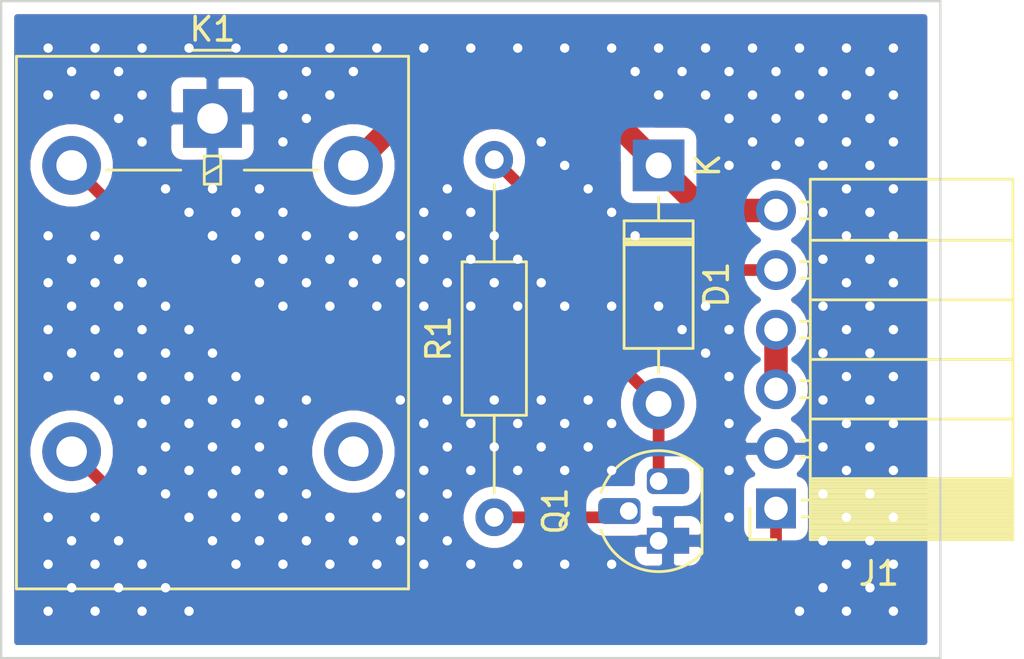
<source format=kicad_pcb>
(kicad_pcb (version 20171130) (host pcbnew "(5.1.9)-1")

  (general
    (thickness 1.6)
    (drawings 4)
    (tracks 267)
    (zones 0)
    (modules 5)
    (nets 9)
  )

  (page A4)
  (layers
    (0 F.Cu signal)
    (31 B.Cu signal)
    (32 B.Adhes user)
    (33 F.Adhes user)
    (34 B.Paste user)
    (35 F.Paste user)
    (36 B.SilkS user)
    (37 F.SilkS user)
    (38 B.Mask user)
    (39 F.Mask user)
    (40 Dwgs.User user)
    (41 Cmts.User user)
    (42 Eco1.User user)
    (43 Eco2.User user)
    (44 Edge.Cuts user)
    (45 Margin user)
    (46 B.CrtYd user)
    (47 F.CrtYd user)
    (48 B.Fab user)
    (49 F.Fab user)
  )

  (setup
    (last_trace_width 0.25)
    (trace_clearance 0.2)
    (zone_clearance 0.508)
    (zone_45_only no)
    (trace_min 0.2)
    (via_size 0.8)
    (via_drill 0.4)
    (via_min_size 0.4)
    (via_min_drill 0.3)
    (uvia_size 0.3)
    (uvia_drill 0.1)
    (uvias_allowed no)
    (uvia_min_size 0.2)
    (uvia_min_drill 0.1)
    (edge_width 0.05)
    (segment_width 0.2)
    (pcb_text_width 0.3)
    (pcb_text_size 1.5 1.5)
    (mod_edge_width 0.12)
    (mod_text_size 1 1)
    (mod_text_width 0.15)
    (pad_size 1.524 1.524)
    (pad_drill 0.762)
    (pad_to_mask_clearance 0)
    (aux_axis_origin 0 0)
    (visible_elements 7FFFFFFF)
    (pcbplotparams
      (layerselection 0x010fc_ffffffff)
      (usegerberextensions false)
      (usegerberattributes true)
      (usegerberadvancedattributes true)
      (creategerberjobfile true)
      (excludeedgelayer true)
      (linewidth 0.100000)
      (plotframeref false)
      (viasonmask false)
      (mode 1)
      (useauxorigin false)
      (hpglpennumber 1)
      (hpglpenspeed 20)
      (hpglpendiameter 15.000000)
      (psnegative false)
      (psa4output false)
      (plotreference true)
      (plotvalue true)
      (plotinvisibletext false)
      (padsonsilk false)
      (subtractmaskfromsilk false)
      (outputformat 1)
      (mirror false)
      (drillshape 0)
      (scaleselection 1)
      (outputdirectory "gerber/"))
  )

  (net 0 "")
  (net 1 "Net-(D1-Pad2)")
  (net 2 "Net-(Q1-Pad2)")
  (net 3 GND)
  (net 4 +5V)
  (net 5 /D)
  (net 6 /OUT)
  (net 7 +12V)
  (net 8 "Net-(K1-Pad4)")

  (net_class Default "This is the default net class."
    (clearance 0.2)
    (trace_width 0.25)
    (via_dia 0.8)
    (via_drill 0.4)
    (uvia_dia 0.3)
    (uvia_drill 0.1)
    (add_net +12V)
    (add_net +5V)
    (add_net /D)
    (add_net /OUT)
    (add_net GND)
    (add_net "Net-(D1-Pad2)")
    (add_net "Net-(K1-Pad4)")
    (add_net "Net-(Q1-Pad2)")
  )

  (module Relay_THT:Relay_SPDT_Omron-G5LE-1 (layer F.Cu) (tedit 5AE38B37) (tstamp 611EA1F1)
    (at 109 68)
    (descr "Omron Relay SPDT, http://www.omron.com/ecb/products/pdf/en-g5le.pdf")
    (tags "Omron Relay SPDT")
    (path /612050BB)
    (fp_text reference K1 (at 0 -3.8) (layer F.SilkS)
      (effects (font (size 1 1) (thickness 0.15)))
    )
    (fp_text value G5LE-1 (at 0 20.95) (layer F.Fab)
      (effects (font (size 1 1) (thickness 0.15)))
    )
    (fp_line (start -8.5 20.2) (end 8.5 20.2) (layer F.CrtYd) (width 0.05))
    (fp_line (start -8.5 -2.8) (end -8.5 20.2) (layer F.CrtYd) (width 0.05))
    (fp_line (start 8.5 -2.8) (end -8.5 -2.8) (layer F.CrtYd) (width 0.05))
    (fp_line (start 8.5 20.2) (end 8.5 -2.8) (layer F.CrtYd) (width 0.05))
    (fp_line (start 1.35 2.2) (end 4.5 2.2) (layer F.SilkS) (width 0.12))
    (fp_line (start -4.5 2.2) (end -1.35 2.2) (layer F.SilkS) (width 0.12))
    (fp_line (start -1 -2.91) (end 1 -2.91) (layer F.SilkS) (width 0.12))
    (fp_line (start -0.35 2.8) (end 0.35 2.8) (layer F.SilkS) (width 0.12))
    (fp_line (start -0.35 1.6) (end -0.35 2.8) (layer F.SilkS) (width 0.12))
    (fp_line (start 0.35 1.6) (end -0.35 1.6) (layer F.SilkS) (width 0.12))
    (fp_line (start 0.35 2.8) (end 0.35 1.6) (layer F.SilkS) (width 0.12))
    (fp_line (start -0.35 2.4) (end 0.35 2) (layer F.SilkS) (width 0.12))
    (fp_line (start -8.35 20.05) (end 8.35 20.05) (layer F.SilkS) (width 0.12))
    (fp_line (start -8.35 -2.65) (end -8.35 20.05) (layer F.SilkS) (width 0.12))
    (fp_line (start 8.35 -2.65) (end -8.35 -2.65) (layer F.SilkS) (width 0.12))
    (fp_line (start 8.35 20.05) (end 8.35 -2.65) (layer F.SilkS) (width 0.12))
    (fp_line (start -4.5 2) (end 4.5 2) (layer F.Fab) (width 0.1))
    (fp_line (start -1 -2.55) (end 0 -1.55) (layer F.Fab) (width 0.1))
    (fp_line (start -8.25 -2.55) (end -1 -2.55) (layer F.Fab) (width 0.1))
    (fp_line (start -8.25 19.95) (end -8.25 -2.55) (layer F.Fab) (width 0.1))
    (fp_line (start 8.25 19.95) (end -8.25 19.95) (layer F.Fab) (width 0.1))
    (fp_line (start 8.25 -2.55) (end 8.25 19.95) (layer F.Fab) (width 0.1))
    (fp_line (start 1 -2.55) (end 8.25 -2.55) (layer F.Fab) (width 0.1))
    (fp_line (start 0 -1.55) (end 1 -2.55) (layer F.Fab) (width 0.1))
    (fp_text user %R (at 0 8.7) (layer F.Fab)
      (effects (font (size 1 1) (thickness 0.15)))
    )
    (pad 5 thru_hole oval (at 6 2) (size 2.5 2.5) (drill 1.3) (layers *.Cu *.Mask)
      (net 4 +5V))
    (pad 4 thru_hole oval (at 6 14.2) (size 2.5 2.5) (drill 1.3) (layers *.Cu *.Mask)
      (net 8 "Net-(K1-Pad4)"))
    (pad 3 thru_hole oval (at -6 14.2) (size 2.5 2.5) (drill 1.3) (layers *.Cu *.Mask)
      (net 6 /OUT))
    (pad 2 thru_hole oval (at -6 2) (size 2.5 2.5) (drill 1.3) (layers *.Cu *.Mask)
      (net 1 "Net-(D1-Pad2)"))
    (pad 1 thru_hole rect (at 0 0) (size 2.5 2.5) (drill 1.3) (layers *.Cu *.Mask)
      (net 3 GND))
    (model ${KISYS3DMOD}/Relay_THT.3dshapes/Relay_SPDT_Omron-G5LE-1.wrl
      (at (xyz 0 0 0))
      (scale (xyz 1 1 1))
      (rotate (xyz 0 0 0))
    )
  )

  (module Connector_PinSocket_2.54mm:PinSocket_1x06_P2.54mm_Horizontal (layer F.Cu) (tedit 5A19A42D) (tstamp 611E965A)
    (at 133 84.62 180)
    (descr "Through hole angled socket strip, 1x06, 2.54mm pitch, 8.51mm socket length, single row (from Kicad 4.0.7), script generated")
    (tags "Through hole angled socket strip THT 1x06 2.54mm single row")
    (path /611FFDE5)
    (fp_text reference J1 (at -4.38 -2.77) (layer F.SilkS)
      (effects (font (size 1 1) (thickness 0.15)))
    )
    (fp_text value Conn_01x06 (at -4.38 15.47) (layer F.Fab)
      (effects (font (size 1 1) (thickness 0.15)))
    )
    (fp_line (start 1.75 14.45) (end 1.75 -1.8) (layer F.CrtYd) (width 0.05))
    (fp_line (start -10.55 14.45) (end 1.75 14.45) (layer F.CrtYd) (width 0.05))
    (fp_line (start -10.55 -1.8) (end -10.55 14.45) (layer F.CrtYd) (width 0.05))
    (fp_line (start 1.75 -1.8) (end -10.55 -1.8) (layer F.CrtYd) (width 0.05))
    (fp_line (start 0 -1.33) (end 1.11 -1.33) (layer F.SilkS) (width 0.12))
    (fp_line (start 1.11 -1.33) (end 1.11 0) (layer F.SilkS) (width 0.12))
    (fp_line (start -10.09 -1.33) (end -10.09 14.03) (layer F.SilkS) (width 0.12))
    (fp_line (start -10.09 14.03) (end -1.46 14.03) (layer F.SilkS) (width 0.12))
    (fp_line (start -1.46 -1.33) (end -1.46 14.03) (layer F.SilkS) (width 0.12))
    (fp_line (start -10.09 -1.33) (end -1.46 -1.33) (layer F.SilkS) (width 0.12))
    (fp_line (start -10.09 11.43) (end -1.46 11.43) (layer F.SilkS) (width 0.12))
    (fp_line (start -10.09 8.89) (end -1.46 8.89) (layer F.SilkS) (width 0.12))
    (fp_line (start -10.09 6.35) (end -1.46 6.35) (layer F.SilkS) (width 0.12))
    (fp_line (start -10.09 3.81) (end -1.46 3.81) (layer F.SilkS) (width 0.12))
    (fp_line (start -10.09 1.27) (end -1.46 1.27) (layer F.SilkS) (width 0.12))
    (fp_line (start -1.46 13.06) (end -1.05 13.06) (layer F.SilkS) (width 0.12))
    (fp_line (start -1.46 12.34) (end -1.05 12.34) (layer F.SilkS) (width 0.12))
    (fp_line (start -1.46 10.52) (end -1.05 10.52) (layer F.SilkS) (width 0.12))
    (fp_line (start -1.46 9.8) (end -1.05 9.8) (layer F.SilkS) (width 0.12))
    (fp_line (start -1.46 7.98) (end -1.05 7.98) (layer F.SilkS) (width 0.12))
    (fp_line (start -1.46 7.26) (end -1.05 7.26) (layer F.SilkS) (width 0.12))
    (fp_line (start -1.46 5.44) (end -1.05 5.44) (layer F.SilkS) (width 0.12))
    (fp_line (start -1.46 4.72) (end -1.05 4.72) (layer F.SilkS) (width 0.12))
    (fp_line (start -1.46 2.9) (end -1.05 2.9) (layer F.SilkS) (width 0.12))
    (fp_line (start -1.46 2.18) (end -1.05 2.18) (layer F.SilkS) (width 0.12))
    (fp_line (start -1.46 0.36) (end -1.11 0.36) (layer F.SilkS) (width 0.12))
    (fp_line (start -1.46 -0.36) (end -1.11 -0.36) (layer F.SilkS) (width 0.12))
    (fp_line (start -10.09 1.1519) (end -1.46 1.1519) (layer F.SilkS) (width 0.12))
    (fp_line (start -10.09 1.033805) (end -1.46 1.033805) (layer F.SilkS) (width 0.12))
    (fp_line (start -10.09 0.91571) (end -1.46 0.91571) (layer F.SilkS) (width 0.12))
    (fp_line (start -10.09 0.797615) (end -1.46 0.797615) (layer F.SilkS) (width 0.12))
    (fp_line (start -10.09 0.67952) (end -1.46 0.67952) (layer F.SilkS) (width 0.12))
    (fp_line (start -10.09 0.561425) (end -1.46 0.561425) (layer F.SilkS) (width 0.12))
    (fp_line (start -10.09 0.44333) (end -1.46 0.44333) (layer F.SilkS) (width 0.12))
    (fp_line (start -10.09 0.325235) (end -1.46 0.325235) (layer F.SilkS) (width 0.12))
    (fp_line (start -10.09 0.20714) (end -1.46 0.20714) (layer F.SilkS) (width 0.12))
    (fp_line (start -10.09 0.089045) (end -1.46 0.089045) (layer F.SilkS) (width 0.12))
    (fp_line (start -10.09 -0.02905) (end -1.46 -0.02905) (layer F.SilkS) (width 0.12))
    (fp_line (start -10.09 -0.147145) (end -1.46 -0.147145) (layer F.SilkS) (width 0.12))
    (fp_line (start -10.09 -0.26524) (end -1.46 -0.26524) (layer F.SilkS) (width 0.12))
    (fp_line (start -10.09 -0.383335) (end -1.46 -0.383335) (layer F.SilkS) (width 0.12))
    (fp_line (start -10.09 -0.50143) (end -1.46 -0.50143) (layer F.SilkS) (width 0.12))
    (fp_line (start -10.09 -0.619525) (end -1.46 -0.619525) (layer F.SilkS) (width 0.12))
    (fp_line (start -10.09 -0.73762) (end -1.46 -0.73762) (layer F.SilkS) (width 0.12))
    (fp_line (start -10.09 -0.855715) (end -1.46 -0.855715) (layer F.SilkS) (width 0.12))
    (fp_line (start -10.09 -0.97381) (end -1.46 -0.97381) (layer F.SilkS) (width 0.12))
    (fp_line (start -10.09 -1.091905) (end -1.46 -1.091905) (layer F.SilkS) (width 0.12))
    (fp_line (start -10.09 -1.21) (end -1.46 -1.21) (layer F.SilkS) (width 0.12))
    (fp_line (start 0 13) (end 0 12.4) (layer F.Fab) (width 0.1))
    (fp_line (start -1.52 13) (end 0 13) (layer F.Fab) (width 0.1))
    (fp_line (start 0 12.4) (end -1.52 12.4) (layer F.Fab) (width 0.1))
    (fp_line (start 0 10.46) (end 0 9.86) (layer F.Fab) (width 0.1))
    (fp_line (start -1.52 10.46) (end 0 10.46) (layer F.Fab) (width 0.1))
    (fp_line (start 0 9.86) (end -1.52 9.86) (layer F.Fab) (width 0.1))
    (fp_line (start 0 7.92) (end 0 7.32) (layer F.Fab) (width 0.1))
    (fp_line (start -1.52 7.92) (end 0 7.92) (layer F.Fab) (width 0.1))
    (fp_line (start 0 7.32) (end -1.52 7.32) (layer F.Fab) (width 0.1))
    (fp_line (start 0 5.38) (end 0 4.78) (layer F.Fab) (width 0.1))
    (fp_line (start -1.52 5.38) (end 0 5.38) (layer F.Fab) (width 0.1))
    (fp_line (start 0 4.78) (end -1.52 4.78) (layer F.Fab) (width 0.1))
    (fp_line (start 0 2.84) (end 0 2.24) (layer F.Fab) (width 0.1))
    (fp_line (start -1.52 2.84) (end 0 2.84) (layer F.Fab) (width 0.1))
    (fp_line (start 0 2.24) (end -1.52 2.24) (layer F.Fab) (width 0.1))
    (fp_line (start 0 0.3) (end 0 -0.3) (layer F.Fab) (width 0.1))
    (fp_line (start -1.52 0.3) (end 0 0.3) (layer F.Fab) (width 0.1))
    (fp_line (start 0 -0.3) (end -1.52 -0.3) (layer F.Fab) (width 0.1))
    (fp_line (start -10.03 13.97) (end -10.03 -1.27) (layer F.Fab) (width 0.1))
    (fp_line (start -1.52 13.97) (end -10.03 13.97) (layer F.Fab) (width 0.1))
    (fp_line (start -1.52 -0.3) (end -1.52 13.97) (layer F.Fab) (width 0.1))
    (fp_line (start -2.49 -1.27) (end -1.52 -0.3) (layer F.Fab) (width 0.1))
    (fp_line (start -10.03 -1.27) (end -2.49 -1.27) (layer F.Fab) (width 0.1))
    (fp_text user %R (at -5.775 6.35 90) (layer F.Fab)
      (effects (font (size 1 1) (thickness 0.15)))
    )
    (pad 6 thru_hole oval (at 0 12.7 180) (size 1.7 1.7) (drill 1) (layers *.Cu *.Mask)
      (net 4 +5V))
    (pad 5 thru_hole oval (at 0 10.16 180) (size 1.7 1.7) (drill 1) (layers *.Cu *.Mask)
      (net 5 /D))
    (pad 4 thru_hole oval (at 0 7.62 180) (size 1.7 1.7) (drill 1) (layers *.Cu *.Mask)
      (net 7 +12V))
    (pad 3 thru_hole oval (at 0 5.08 180) (size 1.7 1.7) (drill 1) (layers *.Cu *.Mask)
      (net 7 +12V))
    (pad 2 thru_hole oval (at 0 2.54 180) (size 1.7 1.7) (drill 1) (layers *.Cu *.Mask)
      (net 3 GND))
    (pad 1 thru_hole rect (at 0 0 180) (size 1.7 1.7) (drill 1) (layers *.Cu *.Mask)
      (net 6 /OUT))
    (model ${KISYS3DMOD}/Connector_PinSocket_2.54mm.3dshapes/PinSocket_1x06_P2.54mm_Horizontal.wrl
      (at (xyz 0 0 0))
      (scale (xyz 1 1 1))
      (rotate (xyz 0 0 0))
    )
  )

  (module Package_TO_SOT_THT:TO-92_HandSolder (layer F.Cu) (tedit 5A282C46) (tstamp 611E1C5A)
    (at 128 86 90)
    (descr "TO-92 leads molded, narrow, drill 0.75mm, handsoldering variant with enlarged pads (see NXP sot054_po.pdf)")
    (tags "to-92 sc-43 sc-43a sot54 PA33 transistor")
    (path /611DBB82)
    (fp_text reference Q1 (at 1.27 -4.4 90) (layer F.SilkS)
      (effects (font (size 1 1) (thickness 0.15)))
    )
    (fp_text value 2N2219 (at 1.27 2.79 90) (layer F.Fab)
      (effects (font (size 1 1) (thickness 0.15)))
    )
    (fp_line (start -0.53 1.85) (end 3.07 1.85) (layer F.SilkS) (width 0.12))
    (fp_line (start -0.5 1.75) (end 3 1.75) (layer F.Fab) (width 0.1))
    (fp_line (start -1.46 -3.05) (end 4 -3.05) (layer F.CrtYd) (width 0.05))
    (fp_line (start -1.46 -3.05) (end -1.46 2.01) (layer F.CrtYd) (width 0.05))
    (fp_line (start 4 2.01) (end 4 -3.05) (layer F.CrtYd) (width 0.05))
    (fp_line (start 4 2.01) (end -1.46 2.01) (layer F.CrtYd) (width 0.05))
    (fp_arc (start 1.27 0) (end 2.05 -2.45) (angle 117.6433766) (layer F.SilkS) (width 0.12))
    (fp_arc (start 1.27 0) (end 1.27 -2.48) (angle -135) (layer F.Fab) (width 0.1))
    (fp_arc (start 1.27 0) (end 0.45 -2.45) (angle -116.9632683) (layer F.SilkS) (width 0.12))
    (fp_arc (start 1.27 0) (end 1.27 -2.48) (angle 135) (layer F.Fab) (width 0.1))
    (fp_text user %R (at 1.27 0 90) (layer F.Fab)
      (effects (font (size 1 1) (thickness 0.15)))
    )
    (pad 1 thru_hole rect (at 0 0 90) (size 1.1 1.8) (drill 0.75 (offset 0 0.4)) (layers *.Cu *.Mask)
      (net 3 GND))
    (pad 3 thru_hole roundrect (at 2.54 0 90) (size 1.1 1.8) (drill 0.75 (offset 0 0.4)) (layers *.Cu *.Mask) (roundrect_rratio 0.25)
      (net 1 "Net-(D1-Pad2)"))
    (pad 2 thru_hole roundrect (at 1.27 -1.27 90) (size 1.1 1.8) (drill 0.75 (offset 0 -0.4)) (layers *.Cu *.Mask) (roundrect_rratio 0.25)
      (net 2 "Net-(Q1-Pad2)"))
    (model ${KISYS3DMOD}/Package_TO_SOT_THT.3dshapes/TO-92.wrl
      (at (xyz 0 0 0))
      (scale (xyz 1 1 1))
      (rotate (xyz 0 0 0))
    )
  )

  (module Resistor_THT:R_Axial_DIN0207_L6.3mm_D2.5mm_P15.24mm_Horizontal (layer F.Cu) (tedit 5AE5139B) (tstamp 611E1C71)
    (at 121 85 90)
    (descr "Resistor, Axial_DIN0207 series, Axial, Horizontal, pin pitch=15.24mm, 0.25W = 1/4W, length*diameter=6.3*2.5mm^2, http://cdn-reichelt.de/documents/datenblatt/B400/1_4W%23YAG.pdf")
    (tags "Resistor Axial_DIN0207 series Axial Horizontal pin pitch 15.24mm 0.25W = 1/4W length 6.3mm diameter 2.5mm")
    (path /611DB280)
    (fp_text reference R1 (at 7.62 -2.37 90) (layer F.SilkS)
      (effects (font (size 1 1) (thickness 0.15)))
    )
    (fp_text value 4.7k (at 7.62 2.37 90) (layer F.Fab)
      (effects (font (size 1 1) (thickness 0.15)))
    )
    (fp_line (start 4.47 -1.25) (end 4.47 1.25) (layer F.Fab) (width 0.1))
    (fp_line (start 4.47 1.25) (end 10.77 1.25) (layer F.Fab) (width 0.1))
    (fp_line (start 10.77 1.25) (end 10.77 -1.25) (layer F.Fab) (width 0.1))
    (fp_line (start 10.77 -1.25) (end 4.47 -1.25) (layer F.Fab) (width 0.1))
    (fp_line (start 0 0) (end 4.47 0) (layer F.Fab) (width 0.1))
    (fp_line (start 15.24 0) (end 10.77 0) (layer F.Fab) (width 0.1))
    (fp_line (start 4.35 -1.37) (end 4.35 1.37) (layer F.SilkS) (width 0.12))
    (fp_line (start 4.35 1.37) (end 10.89 1.37) (layer F.SilkS) (width 0.12))
    (fp_line (start 10.89 1.37) (end 10.89 -1.37) (layer F.SilkS) (width 0.12))
    (fp_line (start 10.89 -1.37) (end 4.35 -1.37) (layer F.SilkS) (width 0.12))
    (fp_line (start 1.04 0) (end 4.35 0) (layer F.SilkS) (width 0.12))
    (fp_line (start 14.2 0) (end 10.89 0) (layer F.SilkS) (width 0.12))
    (fp_line (start -1.05 -1.5) (end -1.05 1.5) (layer F.CrtYd) (width 0.05))
    (fp_line (start -1.05 1.5) (end 16.29 1.5) (layer F.CrtYd) (width 0.05))
    (fp_line (start 16.29 1.5) (end 16.29 -1.5) (layer F.CrtYd) (width 0.05))
    (fp_line (start 16.29 -1.5) (end -1.05 -1.5) (layer F.CrtYd) (width 0.05))
    (fp_text user %R (at 7.62 0 90) (layer F.Fab)
      (effects (font (size 1 1) (thickness 0.15)))
    )
    (pad 2 thru_hole oval (at 15.24 0 90) (size 1.6 1.6) (drill 0.8) (layers *.Cu *.Mask)
      (net 5 /D))
    (pad 1 thru_hole circle (at 0 0 90) (size 1.6 1.6) (drill 0.8) (layers *.Cu *.Mask)
      (net 2 "Net-(Q1-Pad2)"))
    (model ${KISYS3DMOD}/Resistor_THT.3dshapes/R_Axial_DIN0207_L6.3mm_D2.5mm_P15.24mm_Horizontal.wrl
      (at (xyz 0 0 0))
      (scale (xyz 1 1 1))
      (rotate (xyz 0 0 0))
    )
  )

  (module Diode_THT:D_DO-41_SOD81_P10.16mm_Horizontal (layer F.Cu) (tedit 5AE50CD5) (tstamp 611E1C1D)
    (at 128 70 270)
    (descr "Diode, DO-41_SOD81 series, Axial, Horizontal, pin pitch=10.16mm, , length*diameter=5.2*2.7mm^2, , http://www.diodes.com/_files/packages/DO-41%20(Plastic).pdf")
    (tags "Diode DO-41_SOD81 series Axial Horizontal pin pitch 10.16mm  length 5.2mm diameter 2.7mm")
    (path /611DC5F6)
    (fp_text reference D1 (at 5.08 -2.47 90) (layer F.SilkS)
      (effects (font (size 1 1) (thickness 0.15)))
    )
    (fp_text value 1N4007 (at 5.08 2.47 90) (layer F.Fab)
      (effects (font (size 1 1) (thickness 0.15)))
    )
    (fp_line (start 2.48 -1.35) (end 2.48 1.35) (layer F.Fab) (width 0.1))
    (fp_line (start 2.48 1.35) (end 7.68 1.35) (layer F.Fab) (width 0.1))
    (fp_line (start 7.68 1.35) (end 7.68 -1.35) (layer F.Fab) (width 0.1))
    (fp_line (start 7.68 -1.35) (end 2.48 -1.35) (layer F.Fab) (width 0.1))
    (fp_line (start 0 0) (end 2.48 0) (layer F.Fab) (width 0.1))
    (fp_line (start 10.16 0) (end 7.68 0) (layer F.Fab) (width 0.1))
    (fp_line (start 3.26 -1.35) (end 3.26 1.35) (layer F.Fab) (width 0.1))
    (fp_line (start 3.36 -1.35) (end 3.36 1.35) (layer F.Fab) (width 0.1))
    (fp_line (start 3.16 -1.35) (end 3.16 1.35) (layer F.Fab) (width 0.1))
    (fp_line (start 2.36 -1.47) (end 2.36 1.47) (layer F.SilkS) (width 0.12))
    (fp_line (start 2.36 1.47) (end 7.8 1.47) (layer F.SilkS) (width 0.12))
    (fp_line (start 7.8 1.47) (end 7.8 -1.47) (layer F.SilkS) (width 0.12))
    (fp_line (start 7.8 -1.47) (end 2.36 -1.47) (layer F.SilkS) (width 0.12))
    (fp_line (start 1.34 0) (end 2.36 0) (layer F.SilkS) (width 0.12))
    (fp_line (start 8.82 0) (end 7.8 0) (layer F.SilkS) (width 0.12))
    (fp_line (start 3.26 -1.47) (end 3.26 1.47) (layer F.SilkS) (width 0.12))
    (fp_line (start 3.38 -1.47) (end 3.38 1.47) (layer F.SilkS) (width 0.12))
    (fp_line (start 3.14 -1.47) (end 3.14 1.47) (layer F.SilkS) (width 0.12))
    (fp_line (start -1.35 -1.6) (end -1.35 1.6) (layer F.CrtYd) (width 0.05))
    (fp_line (start -1.35 1.6) (end 11.51 1.6) (layer F.CrtYd) (width 0.05))
    (fp_line (start 11.51 1.6) (end 11.51 -1.6) (layer F.CrtYd) (width 0.05))
    (fp_line (start 11.51 -1.6) (end -1.35 -1.6) (layer F.CrtYd) (width 0.05))
    (fp_text user K (at 0 -2.1 90) (layer F.SilkS)
      (effects (font (size 1 1) (thickness 0.15)))
    )
    (fp_text user K (at 0 -2.1 90) (layer F.Fab)
      (effects (font (size 1 1) (thickness 0.15)))
    )
    (fp_text user %R (at 5.47 0 90) (layer F.Fab)
      (effects (font (size 1 1) (thickness 0.15)))
    )
    (pad 2 thru_hole oval (at 10.16 0 270) (size 2.2 2.2) (drill 1.1) (layers *.Cu *.Mask)
      (net 1 "Net-(D1-Pad2)"))
    (pad 1 thru_hole rect (at 0 0 270) (size 2.2 2.2) (drill 1.1) (layers *.Cu *.Mask)
      (net 4 +5V))
    (model ${KISYS3DMOD}/Diode_THT.3dshapes/D_DO-41_SOD81_P10.16mm_Horizontal.wrl
      (at (xyz 0 0 0))
      (scale (xyz 1 1 1))
      (rotate (xyz 0 0 0))
    )
  )

  (gr_line (start 140 63) (end 140 91) (layer Edge.Cuts) (width 0.1))
  (gr_line (start 100 63) (end 140 63) (layer Edge.Cuts) (width 0.1))
  (gr_line (start 100 91) (end 100 63) (layer Edge.Cuts) (width 0.1))
  (gr_line (start 140 91) (end 100 91) (layer Edge.Cuts) (width 0.1))

  (segment (start 128 80.16) (end 128 83.46) (width 0.5) (layer F.Cu) (net 1))
  (segment (start 125.84 78) (end 128 80.16) (width 0.5) (layer F.Cu) (net 1))
  (segment (start 111 78) (end 125.84 78) (width 0.5) (layer F.Cu) (net 1))
  (segment (start 103 70) (end 111 78) (width 0.5) (layer F.Cu) (net 1))
  (segment (start 126.46 85) (end 126.73 84.73) (width 0.25) (layer F.Cu) (net 2))
  (segment (start 121 85) (end 126.46 85) (width 0.5) (layer F.Cu) (net 2))
  (via (at 102 65) (size 0.8) (drill 0.4) (layers F.Cu B.Cu) (net 3))
  (via (at 104 65) (size 0.8) (drill 0.4) (layers F.Cu B.Cu) (net 3))
  (via (at 106 65) (size 0.8) (drill 0.4) (layers F.Cu B.Cu) (net 3))
  (via (at 108 65) (size 0.8) (drill 0.4) (layers F.Cu B.Cu) (net 3))
  (via (at 110 65) (size 0.8) (drill 0.4) (layers F.Cu B.Cu) (net 3))
  (via (at 112 65) (size 0.8) (drill 0.4) (layers F.Cu B.Cu) (net 3))
  (via (at 114 65) (size 0.8) (drill 0.4) (layers F.Cu B.Cu) (net 3))
  (via (at 116 65) (size 0.8) (drill 0.4) (layers F.Cu B.Cu) (net 3))
  (via (at 118 65) (size 0.8) (drill 0.4) (layers F.Cu B.Cu) (net 3))
  (via (at 120 65) (size 0.8) (drill 0.4) (layers F.Cu B.Cu) (net 3))
  (via (at 122 65) (size 0.8) (drill 0.4) (layers F.Cu B.Cu) (net 3))
  (via (at 124 65) (size 0.8) (drill 0.4) (layers F.Cu B.Cu) (net 3))
  (via (at 126 65) (size 0.8) (drill 0.4) (layers F.Cu B.Cu) (net 3))
  (via (at 128 65) (size 0.8) (drill 0.4) (layers F.Cu B.Cu) (net 3))
  (via (at 130 65) (size 0.8) (drill 0.4) (layers F.Cu B.Cu) (net 3))
  (via (at 132 65) (size 0.8) (drill 0.4) (layers F.Cu B.Cu) (net 3))
  (via (at 134 65) (size 0.8) (drill 0.4) (layers F.Cu B.Cu) (net 3))
  (via (at 136 65) (size 0.8) (drill 0.4) (layers F.Cu B.Cu) (net 3))
  (via (at 138 65) (size 0.8) (drill 0.4) (layers F.Cu B.Cu) (net 3))
  (via (at 137 66) (size 0.8) (drill 0.4) (layers F.Cu B.Cu) (net 3))
  (via (at 135 66) (size 0.8) (drill 0.4) (layers F.Cu B.Cu) (net 3))
  (via (at 133 66) (size 0.8) (drill 0.4) (layers F.Cu B.Cu) (net 3))
  (via (at 131 66) (size 0.8) (drill 0.4) (layers F.Cu B.Cu) (net 3))
  (via (at 129 66) (size 0.8) (drill 0.4) (layers F.Cu B.Cu) (net 3))
  (via (at 127 66) (size 0.8) (drill 0.4) (layers F.Cu B.Cu) (net 3))
  (via (at 128 67) (size 0.8) (drill 0.4) (layers F.Cu B.Cu) (net 3))
  (via (at 130 67) (size 0.8) (drill 0.4) (layers F.Cu B.Cu) (net 3))
  (via (at 132 67) (size 0.8) (drill 0.4) (layers F.Cu B.Cu) (net 3))
  (via (at 134 67) (size 0.8) (drill 0.4) (layers F.Cu B.Cu) (net 3))
  (via (at 136 67) (size 0.8) (drill 0.4) (layers F.Cu B.Cu) (net 3))
  (via (at 138 67) (size 0.8) (drill 0.4) (layers F.Cu B.Cu) (net 3))
  (via (at 137 68) (size 0.8) (drill 0.4) (layers F.Cu B.Cu) (net 3))
  (via (at 135 68) (size 0.8) (drill 0.4) (layers F.Cu B.Cu) (net 3))
  (via (at 133 68) (size 0.8) (drill 0.4) (layers F.Cu B.Cu) (net 3))
  (via (at 131 68) (size 0.8) (drill 0.4) (layers F.Cu B.Cu) (net 3))
  (via (at 131 70) (size 0.8) (drill 0.4) (layers F.Cu B.Cu) (net 3))
  (via (at 132 69) (size 0.8) (drill 0.4) (layers F.Cu B.Cu) (net 3))
  (via (at 133 70) (size 0.8) (drill 0.4) (layers F.Cu B.Cu) (net 3))
  (via (at 134 69) (size 0.8) (drill 0.4) (layers F.Cu B.Cu) (net 3))
  (via (at 135 70) (size 0.8) (drill 0.4) (layers F.Cu B.Cu) (net 3))
  (via (at 136 69) (size 0.8) (drill 0.4) (layers F.Cu B.Cu) (net 3))
  (via (at 137 70) (size 0.8) (drill 0.4) (layers F.Cu B.Cu) (net 3))
  (via (at 138 69) (size 0.8) (drill 0.4) (layers F.Cu B.Cu) (net 3))
  (via (at 138 71) (size 0.8) (drill 0.4) (layers F.Cu B.Cu) (net 3))
  (via (at 136 71) (size 0.8) (drill 0.4) (layers F.Cu B.Cu) (net 3))
  (via (at 135 72) (size 0.8) (drill 0.4) (layers F.Cu B.Cu) (net 3))
  (via (at 136 73) (size 0.8) (drill 0.4) (layers F.Cu B.Cu) (net 3))
  (via (at 137 72) (size 0.8) (drill 0.4) (layers F.Cu B.Cu) (net 3))
  (via (at 138 73) (size 0.8) (drill 0.4) (layers F.Cu B.Cu) (net 3))
  (via (at 135 74) (size 0.8) (drill 0.4) (layers F.Cu B.Cu) (net 3))
  (via (at 136 75) (size 0.8) (drill 0.4) (layers F.Cu B.Cu) (net 3))
  (via (at 137 74) (size 0.8) (drill 0.4) (layers F.Cu B.Cu) (net 3))
  (via (at 138 75) (size 0.8) (drill 0.4) (layers F.Cu B.Cu) (net 3))
  (via (at 138 77) (size 0.8) (drill 0.4) (layers F.Cu B.Cu) (net 3))
  (via (at 135 76) (size 0.8) (drill 0.4) (layers F.Cu B.Cu) (net 3))
  (via (at 136 77) (size 0.8) (drill 0.4) (layers F.Cu B.Cu) (net 3))
  (via (at 137 76) (size 0.8) (drill 0.4) (layers F.Cu B.Cu) (net 3))
  (via (at 137 78) (size 0.8) (drill 0.4) (layers F.Cu B.Cu) (net 3))
  (via (at 135 78) (size 0.8) (drill 0.4) (layers F.Cu B.Cu) (net 3))
  (via (at 138 79) (size 0.8) (drill 0.4) (layers F.Cu B.Cu) (net 3))
  (via (at 136 79) (size 0.8) (drill 0.4) (layers F.Cu B.Cu) (net 3))
  (via (at 135 80) (size 0.8) (drill 0.4) (layers F.Cu B.Cu) (net 3))
  (via (at 137 80) (size 0.8) (drill 0.4) (layers F.Cu B.Cu) (net 3))
  (via (at 138 81) (size 0.8) (drill 0.4) (layers F.Cu B.Cu) (net 3))
  (via (at 136 81) (size 0.8) (drill 0.4) (layers F.Cu B.Cu) (net 3))
  (via (at 135 82) (size 0.8) (drill 0.4) (layers F.Cu B.Cu) (net 3))
  (via (at 137 82) (size 0.8) (drill 0.4) (layers F.Cu B.Cu) (net 3))
  (via (at 138 83) (size 0.8) (drill 0.4) (layers F.Cu B.Cu) (net 3))
  (via (at 136 83) (size 0.8) (drill 0.4) (layers F.Cu B.Cu) (net 3))
  (via (at 135 84) (size 0.8) (drill 0.4) (layers F.Cu B.Cu) (net 3))
  (via (at 137 84) (size 0.8) (drill 0.4) (layers F.Cu B.Cu) (net 3))
  (via (at 138 85) (size 0.8) (drill 0.4) (layers F.Cu B.Cu) (net 3))
  (via (at 136 85) (size 0.8) (drill 0.4) (layers F.Cu B.Cu) (net 3))
  (via (at 135 86) (size 0.8) (drill 0.4) (layers F.Cu B.Cu) (net 3))
  (via (at 137 86) (size 0.8) (drill 0.4) (layers F.Cu B.Cu) (net 3))
  (via (at 136 87) (size 0.8) (drill 0.4) (layers F.Cu B.Cu) (net 3))
  (via (at 135 88) (size 0.8) (drill 0.4) (layers F.Cu B.Cu) (net 3))
  (via (at 134 89) (size 0.8) (drill 0.4) (layers F.Cu B.Cu) (net 3))
  (via (at 136 89) (size 0.8) (drill 0.4) (layers F.Cu B.Cu) (net 3))
  (via (at 137 88) (size 0.8) (drill 0.4) (layers F.Cu B.Cu) (net 3))
  (via (at 138 87) (size 0.8) (drill 0.4) (layers F.Cu B.Cu) (net 3))
  (via (at 138 89) (size 0.8) (drill 0.4) (layers F.Cu B.Cu) (net 3))
  (via (at 102 67) (size 0.8) (drill 0.4) (layers F.Cu B.Cu) (net 3))
  (via (at 102 67) (size 0.8) (drill 0.4) (layers F.Cu B.Cu) (net 3))
  (via (at 103 66) (size 0.8) (drill 0.4) (layers F.Cu B.Cu) (net 3))
  (via (at 104 67) (size 0.8) (drill 0.4) (layers F.Cu B.Cu) (net 3))
  (via (at 105 66) (size 0.8) (drill 0.4) (layers F.Cu B.Cu) (net 3))
  (via (at 106 67) (size 0.8) (drill 0.4) (layers F.Cu B.Cu) (net 3))
  (via (at 112 67) (size 0.8) (drill 0.4) (layers F.Cu B.Cu) (net 3))
  (via (at 113 66) (size 0.8) (drill 0.4) (layers F.Cu B.Cu) (net 3))
  (via (at 114 67) (size 0.8) (drill 0.4) (layers F.Cu B.Cu) (net 3))
  (via (at 115 66) (size 0.8) (drill 0.4) (layers F.Cu B.Cu) (net 3))
  (via (at 105 68) (size 0.8) (drill 0.4) (layers F.Cu B.Cu) (net 3))
  (via (at 106 69) (size 0.8) (drill 0.4) (layers F.Cu B.Cu) (net 3))
  (via (at 107 71) (size 0.8) (drill 0.4) (layers F.Cu B.Cu) (net 3))
  (via (at 108 72) (size 0.8) (drill 0.4) (layers F.Cu B.Cu) (net 3))
  (via (at 109 73) (size 0.8) (drill 0.4) (layers F.Cu B.Cu) (net 3))
  (via (at 109 73) (size 0.8) (drill 0.4) (layers F.Cu B.Cu) (net 3))
  (via (at 110 74) (size 0.8) (drill 0.4) (layers F.Cu B.Cu) (net 3))
  (via (at 111 75) (size 0.8) (drill 0.4) (layers F.Cu B.Cu) (net 3))
  (via (at 112 76) (size 0.8) (drill 0.4) (layers F.Cu B.Cu) (net 3))
  (via (at 114 76) (size 0.8) (drill 0.4) (layers F.Cu B.Cu) (net 3))
  (via (at 116 76) (size 0.8) (drill 0.4) (layers F.Cu B.Cu) (net 3))
  (via (at 118 76) (size 0.8) (drill 0.4) (layers F.Cu B.Cu) (net 3))
  (via (at 120 76) (size 0.8) (drill 0.4) (layers F.Cu B.Cu) (net 3))
  (via (at 122 76) (size 0.8) (drill 0.4) (layers F.Cu B.Cu) (net 3))
  (via (at 124 76) (size 0.8) (drill 0.4) (layers F.Cu B.Cu) (net 3))
  (via (at 126 76) (size 0.8) (drill 0.4) (layers F.Cu B.Cu) (net 3))
  (via (at 128 76) (size 0.8) (drill 0.4) (layers F.Cu B.Cu) (net 3))
  (via (at 130 76) (size 0.8) (drill 0.4) (layers F.Cu B.Cu) (net 3))
  (via (at 131 77) (size 0.8) (drill 0.4) (layers F.Cu B.Cu) (net 3))
  (via (at 130 78) (size 0.8) (drill 0.4) (layers F.Cu B.Cu) (net 3))
  (via (at 129 77) (size 0.8) (drill 0.4) (layers F.Cu B.Cu) (net 3))
  (via (at 109 71) (size 0.8) (drill 0.4) (layers F.Cu B.Cu) (net 3))
  (via (at 111 71) (size 0.8) (drill 0.4) (layers F.Cu B.Cu) (net 3))
  (via (at 112 69) (size 0.8) (drill 0.4) (layers F.Cu B.Cu) (net 3))
  (via (at 110 72) (size 0.8) (drill 0.4) (layers F.Cu B.Cu) (net 3))
  (via (at 112 72) (size 0.8) (drill 0.4) (layers F.Cu B.Cu) (net 3))
  (via (at 111 73) (size 0.8) (drill 0.4) (layers F.Cu B.Cu) (net 3))
  (via (at 113 73) (size 0.8) (drill 0.4) (layers F.Cu B.Cu) (net 3))
  (via (at 115 73) (size 0.8) (drill 0.4) (layers F.Cu B.Cu) (net 3))
  (via (at 117 73) (size 0.8) (drill 0.4) (layers F.Cu B.Cu) (net 3))
  (via (at 119 73) (size 0.8) (drill 0.4) (layers F.Cu B.Cu) (net 3))
  (via (at 121 73) (size 0.8) (drill 0.4) (layers F.Cu B.Cu) (net 3))
  (via (at 118 72) (size 0.8) (drill 0.4) (layers F.Cu B.Cu) (net 3))
  (via (at 120 72) (size 0.8) (drill 0.4) (layers F.Cu B.Cu) (net 3))
  (via (at 119 71) (size 0.8) (drill 0.4) (layers F.Cu B.Cu) (net 3))
  (via (at 112 74) (size 0.8) (drill 0.4) (layers F.Cu B.Cu) (net 3))
  (via (at 114 74) (size 0.8) (drill 0.4) (layers F.Cu B.Cu) (net 3))
  (via (at 116 74) (size 0.8) (drill 0.4) (layers F.Cu B.Cu) (net 3))
  (via (at 118 74) (size 0.8) (drill 0.4) (layers F.Cu B.Cu) (net 3))
  (via (at 120 74) (size 0.8) (drill 0.4) (layers F.Cu B.Cu) (net 3))
  (via (at 122 74) (size 0.8) (drill 0.4) (layers F.Cu B.Cu) (net 3))
  (via (at 113 75) (size 0.8) (drill 0.4) (layers F.Cu B.Cu) (net 3))
  (via (at 115 75) (size 0.8) (drill 0.4) (layers F.Cu B.Cu) (net 3))
  (via (at 117 75) (size 0.8) (drill 0.4) (layers F.Cu B.Cu) (net 3))
  (via (at 119 75) (size 0.8) (drill 0.4) (layers F.Cu B.Cu) (net 3))
  (via (at 121 75) (size 0.8) (drill 0.4) (layers F.Cu B.Cu) (net 3))
  (via (at 123 75) (size 0.8) (drill 0.4) (layers F.Cu B.Cu) (net 3))
  (via (at 131 79) (size 0.8) (drill 0.4) (layers F.Cu B.Cu) (net 3))
  (via (at 131 81) (size 0.8) (drill 0.4) (layers F.Cu B.Cu) (net 3))
  (via (at 131 83) (size 0.8) (drill 0.4) (layers F.Cu B.Cu) (net 3))
  (via (at 131 85) (size 0.8) (drill 0.4) (layers F.Cu B.Cu) (net 3))
  (via (at 102 73) (size 0.8) (drill 0.4) (layers F.Cu B.Cu) (net 3))
  (via (at 102 75) (size 0.8) (drill 0.4) (layers F.Cu B.Cu) (net 3))
  (via (at 102 77) (size 0.8) (drill 0.4) (layers F.Cu B.Cu) (net 3))
  (via (at 102 79) (size 0.8) (drill 0.4) (layers F.Cu B.Cu) (net 3))
  (via (at 103 74) (size 0.8) (drill 0.4) (layers F.Cu B.Cu) (net 3))
  (via (at 103 76) (size 0.8) (drill 0.4) (layers F.Cu B.Cu) (net 3))
  (via (at 103 78) (size 0.8) (drill 0.4) (layers F.Cu B.Cu) (net 3))
  (via (at 104 79) (size 0.8) (drill 0.4) (layers F.Cu B.Cu) (net 3))
  (via (at 104 77) (size 0.8) (drill 0.4) (layers F.Cu B.Cu) (net 3))
  (via (at 104 75) (size 0.8) (drill 0.4) (layers F.Cu B.Cu) (net 3))
  (via (at 105 76) (size 0.8) (drill 0.4) (layers F.Cu B.Cu) (net 3))
  (via (at 105 78) (size 0.8) (drill 0.4) (layers F.Cu B.Cu) (net 3))
  (via (at 105 80) (size 0.8) (drill 0.4) (layers F.Cu B.Cu) (net 3))
  (via (at 106 77) (size 0.8) (drill 0.4) (layers F.Cu B.Cu) (net 3))
  (via (at 106 79) (size 0.8) (drill 0.4) (layers F.Cu B.Cu) (net 3))
  (via (at 106 81) (size 0.8) (drill 0.4) (layers F.Cu B.Cu) (net 3))
  (via (at 106 83) (size 0.8) (drill 0.4) (layers F.Cu B.Cu) (net 3))
  (via (at 107 82) (size 0.8) (drill 0.4) (layers F.Cu B.Cu) (net 3))
  (via (at 107 80) (size 0.8) (drill 0.4) (layers F.Cu B.Cu) (net 3))
  (via (at 107 78) (size 0.8) (drill 0.4) (layers F.Cu B.Cu) (net 3))
  (via (at 108 79) (size 0.8) (drill 0.4) (layers F.Cu B.Cu) (net 3))
  (via (at 108 81) (size 0.8) (drill 0.4) (layers F.Cu B.Cu) (net 3))
  (via (at 108 83) (size 0.8) (drill 0.4) (layers F.Cu B.Cu) (net 3))
  (via (at 108 85) (size 0.8) (drill 0.4) (layers F.Cu B.Cu) (net 3))
  (via (at 107 84) (size 0.8) (drill 0.4) (layers F.Cu B.Cu) (net 3))
  (via (at 109 86) (size 0.8) (drill 0.4) (layers F.Cu B.Cu) (net 3))
  (via (at 109 84) (size 0.8) (drill 0.4) (layers F.Cu B.Cu) (net 3))
  (via (at 109 82) (size 0.8) (drill 0.4) (layers F.Cu B.Cu) (net 3))
  (via (at 109 80) (size 0.8) (drill 0.4) (layers F.Cu B.Cu) (net 3))
  (via (at 110 81) (size 0.8) (drill 0.4) (layers F.Cu B.Cu) (net 3))
  (via (at 110 83) (size 0.8) (drill 0.4) (layers F.Cu B.Cu) (net 3))
  (via (at 110 85) (size 0.8) (drill 0.4) (layers F.Cu B.Cu) (net 3))
  (via (at 110 87) (size 0.8) (drill 0.4) (layers F.Cu B.Cu) (net 3))
  (via (at 111 86) (size 0.8) (drill 0.4) (layers F.Cu B.Cu) (net 3))
  (via (at 111 84) (size 0.8) (drill 0.4) (layers F.Cu B.Cu) (net 3))
  (via (at 111 82) (size 0.8) (drill 0.4) (layers F.Cu B.Cu) (net 3))
  (via (at 111 80) (size 0.8) (drill 0.4) (layers F.Cu B.Cu) (net 3))
  (via (at 110 79) (size 0.8) (drill 0.4) (layers F.Cu B.Cu) (net 3))
  (via (at 109 78) (size 0.8) (drill 0.4) (layers F.Cu B.Cu) (net 3))
  (via (at 108 77) (size 0.8) (drill 0.4) (layers F.Cu B.Cu) (net 3))
  (via (at 107 76) (size 0.8) (drill 0.4) (layers F.Cu B.Cu) (net 3))
  (via (at 106 75) (size 0.8) (drill 0.4) (layers F.Cu B.Cu) (net 3))
  (via (at 105 74) (size 0.8) (drill 0.4) (layers F.Cu B.Cu) (net 3))
  (via (at 104 73) (size 0.8) (drill 0.4) (layers F.Cu B.Cu) (net 3))
  (via (at 112 81) (size 0.8) (drill 0.4) (layers F.Cu B.Cu) (net 3))
  (via (at 112 83) (size 0.8) (drill 0.4) (layers F.Cu B.Cu) (net 3))
  (via (at 112 85) (size 0.8) (drill 0.4) (layers F.Cu B.Cu) (net 3))
  (via (at 112 87) (size 0.8) (drill 0.4) (layers F.Cu B.Cu) (net 3))
  (via (at 113 86) (size 0.8) (drill 0.4) (layers F.Cu B.Cu) (net 3))
  (via (at 113 84) (size 0.8) (drill 0.4) (layers F.Cu B.Cu) (net 3))
  (via (at 113 80) (size 0.8) (drill 0.4) (layers F.Cu B.Cu) (net 3))
  (via (at 114 85) (size 0.8) (drill 0.4) (layers F.Cu B.Cu) (net 3))
  (via (at 114 87) (size 0.8) (drill 0.4) (layers F.Cu B.Cu) (net 3))
  (via (at 115 86) (size 0.8) (drill 0.4) (layers F.Cu B.Cu) (net 3))
  (via (at 116 87) (size 0.8) (drill 0.4) (layers F.Cu B.Cu) (net 3))
  (via (at 116 85) (size 0.8) (drill 0.4) (layers F.Cu B.Cu) (net 3))
  (via (at 117 86) (size 0.8) (drill 0.4) (layers F.Cu B.Cu) (net 3))
  (via (at 118 87) (size 0.8) (drill 0.4) (layers F.Cu B.Cu) (net 3))
  (via (at 118 85) (size 0.8) (drill 0.4) (layers F.Cu B.Cu) (net 3))
  (via (at 118 83) (size 0.8) (drill 0.4) (layers F.Cu B.Cu) (net 3))
  (via (at 118 81) (size 0.8) (drill 0.4) (layers F.Cu B.Cu) (net 3))
  (via (at 117 80) (size 0.8) (drill 0.4) (layers F.Cu B.Cu) (net 3))
  (via (at 117 84) (size 0.8) (drill 0.4) (layers F.Cu B.Cu) (net 3))
  (via (at 119 82) (size 0.8) (drill 0.4) (layers F.Cu B.Cu) (net 3))
  (via (at 119 80) (size 0.8) (drill 0.4) (layers F.Cu B.Cu) (net 3))
  (via (at 119 84) (size 0.8) (drill 0.4) (layers F.Cu B.Cu) (net 3))
  (via (at 119 86) (size 0.8) (drill 0.4) (layers F.Cu B.Cu) (net 3))
  (via (at 120 87) (size 0.8) (drill 0.4) (layers F.Cu B.Cu) (net 3))
  (via (at 120 83) (size 0.8) (drill 0.4) (layers F.Cu B.Cu) (net 3))
  (via (at 120 81) (size 0.8) (drill 0.4) (layers F.Cu B.Cu) (net 3))
  (via (at 121 80) (size 0.8) (drill 0.4) (layers F.Cu B.Cu) (net 3))
  (via (at 121 82) (size 0.8) (drill 0.4) (layers F.Cu B.Cu) (net 3))
  (via (at 122 81) (size 0.8) (drill 0.4) (layers F.Cu B.Cu) (net 3))
  (via (at 123 80) (size 0.8) (drill 0.4) (layers F.Cu B.Cu) (net 3))
  (via (at 123 82) (size 0.8) (drill 0.4) (layers F.Cu B.Cu) (net 3))
  (via (at 122 83) (size 0.8) (drill 0.4) (layers F.Cu B.Cu) (net 3))
  (via (at 124 83) (size 0.8) (drill 0.4) (layers F.Cu B.Cu) (net 3))
  (via (at 124 81) (size 0.8) (drill 0.4) (layers F.Cu B.Cu) (net 3))
  (via (at 125 80) (size 0.8) (drill 0.4) (layers F.Cu B.Cu) (net 3))
  (via (at 125 82) (size 0.8) (drill 0.4) (layers F.Cu B.Cu) (net 3))
  (via (at 126 83) (size 0.8) (drill 0.4) (layers F.Cu B.Cu) (net 3))
  (via (at 126 81) (size 0.8) (drill 0.4) (layers F.Cu B.Cu) (net 3))
  (via (at 122 87) (size 0.8) (drill 0.4) (layers F.Cu B.Cu) (net 3))
  (via (at 124 87) (size 0.8) (drill 0.4) (layers F.Cu B.Cu) (net 3))
  (via (at 126 87) (size 0.8) (drill 0.4) (layers F.Cu B.Cu) (net 3))
  (via (at 102 85) (size 0.8) (drill 0.4) (layers F.Cu B.Cu) (net 3))
  (via (at 102 87) (size 0.8) (drill 0.4) (layers F.Cu B.Cu) (net 3))
  (via (at 102 89) (size 0.8) (drill 0.4) (layers F.Cu B.Cu) (net 3))
  (via (at 103 86) (size 0.8) (drill 0.4) (layers F.Cu B.Cu) (net 3))
  (via (at 103 88) (size 0.8) (drill 0.4) (layers F.Cu B.Cu) (net 3))
  (via (at 104 87) (size 0.8) (drill 0.4) (layers F.Cu B.Cu) (net 3))
  (via (at 104 85) (size 0.8) (drill 0.4) (layers F.Cu B.Cu) (net 3))
  (via (at 105 86) (size 0.8) (drill 0.4) (layers F.Cu B.Cu) (net 3))
  (via (at 106 87) (size 0.8) (drill 0.4) (layers F.Cu B.Cu) (net 3))
  (via (at 105 88) (size 0.8) (drill 0.4) (layers F.Cu B.Cu) (net 3))
  (via (at 104 89) (size 0.8) (drill 0.4) (layers F.Cu B.Cu) (net 3))
  (via (at 106 89) (size 0.8) (drill 0.4) (layers F.Cu B.Cu) (net 3))
  (via (at 107 88) (size 0.8) (drill 0.4) (layers F.Cu B.Cu) (net 3))
  (via (at 108 89) (size 0.8) (drill 0.4) (layers F.Cu B.Cu) (net 3))
  (via (at 126 72) (size 0.8) (drill 0.4) (layers F.Cu B.Cu) (net 3))
  (via (at 125 71) (size 0.8) (drill 0.4) (layers F.Cu B.Cu) (net 3))
  (via (at 124 70) (size 0.8) (drill 0.4) (layers F.Cu B.Cu) (net 3))
  (via (at 123 69) (size 0.8) (drill 0.4) (layers F.Cu B.Cu) (net 3))
  (via (at 127 73) (size 0.8) (drill 0.4) (layers F.Cu B.Cu) (net 3))
  (via (at 113 68) (size 0.8) (drill 0.4) (layers F.Cu B.Cu) (net 3))
  (segment (start 129.92 71.92) (end 128 70) (width 1) (layer F.Cu) (net 4))
  (segment (start 133 71.92) (end 129.92 71.92) (width 1) (layer F.Cu) (net 4))
  (segment (start 118 67) (end 115 70) (width 1) (layer F.Cu) (net 4))
  (segment (start 125 67) (end 118 67) (width 1) (layer F.Cu) (net 4))
  (segment (start 128 70) (end 125 67) (width 1) (layer F.Cu) (net 4))
  (segment (start 125.7 74.46) (end 133 74.46) (width 0.5) (layer F.Cu) (net 5))
  (segment (start 121 69.76) (end 125.7 74.46) (width 0.5) (layer F.Cu) (net 5))
  (segment (start 133 84.62) (end 133 85) (width 0.25) (layer F.Cu) (net 6))
  (segment (start 109.8 89) (end 103 82.2) (width 0.5) (layer F.Cu) (net 6))
  (segment (start 131 89) (end 109.8 89) (width 0.5) (layer F.Cu) (net 6))
  (segment (start 133 87) (end 131 89) (width 0.5) (layer F.Cu) (net 6))
  (segment (start 133 84.62) (end 133 87) (width 0.5) (layer F.Cu) (net 6))
  (segment (start 133 77) (end 133 79.54) (width 1) (layer F.Cu) (net 7))

  (zone (net 3) (net_name GND) (layer F.Cu) (tstamp 611EC6BB) (hatch edge 0.508)
    (connect_pads (clearance 0.508))
    (min_thickness 0.254)
    (fill yes (arc_segments 32) (thermal_gap 0.508) (thermal_bridge_width 0.508))
    (polygon
      (pts
        (xy 140 91) (xy 100 91) (xy 100 63) (xy 140 63)
      )
    )
    (filled_polygon
      (pts
        (xy 139.315001 90.315) (xy 100.685 90.315) (xy 100.685 82.014344) (xy 101.115 82.014344) (xy 101.115 82.385656)
        (xy 101.187439 82.749834) (xy 101.329534 83.092882) (xy 101.535825 83.401618) (xy 101.798382 83.664175) (xy 102.107118 83.870466)
        (xy 102.450166 84.012561) (xy 102.814344 84.085) (xy 103.185656 84.085) (xy 103.549834 84.012561) (xy 103.557717 84.009296)
        (xy 109.14347 89.595049) (xy 109.171183 89.628817) (xy 109.204951 89.65653) (xy 109.204953 89.656532) (xy 109.276452 89.71521)
        (xy 109.305941 89.739411) (xy 109.459687 89.821589) (xy 109.62651 89.872195) (xy 109.756523 89.885) (xy 109.756533 89.885)
        (xy 109.799999 89.889281) (xy 109.843465 89.885) (xy 130.956531 89.885) (xy 131 89.889281) (xy 131.043469 89.885)
        (xy 131.043477 89.885) (xy 131.17349 89.872195) (xy 131.340313 89.821589) (xy 131.494059 89.739411) (xy 131.628817 89.628817)
        (xy 131.656534 89.595044) (xy 133.595049 87.65653) (xy 133.628817 87.628817) (xy 133.739411 87.494059) (xy 133.821589 87.340313)
        (xy 133.872195 87.17349) (xy 133.885 87.043477) (xy 133.885 87.043467) (xy 133.889281 87.000001) (xy 133.885 86.956535)
        (xy 133.885 86.104625) (xy 133.974482 86.095812) (xy 134.09418 86.059502) (xy 134.204494 86.000537) (xy 134.301185 85.921185)
        (xy 134.380537 85.824494) (xy 134.439502 85.71418) (xy 134.475812 85.594482) (xy 134.488072 85.47) (xy 134.488072 83.77)
        (xy 134.475812 83.645518) (xy 134.439502 83.52582) (xy 134.380537 83.415506) (xy 134.301185 83.318815) (xy 134.204494 83.239463)
        (xy 134.09418 83.180498) (xy 134.013534 83.156034) (xy 134.097588 83.080269) (xy 134.271641 82.84692) (xy 134.396825 82.584099)
        (xy 134.441476 82.43689) (xy 134.320155 82.207) (xy 133.127 82.207) (xy 133.127 82.227) (xy 132.873 82.227)
        (xy 132.873 82.207) (xy 131.679845 82.207) (xy 131.558524 82.43689) (xy 131.603175 82.584099) (xy 131.728359 82.84692)
        (xy 131.902412 83.080269) (xy 131.986466 83.156034) (xy 131.90582 83.180498) (xy 131.795506 83.239463) (xy 131.698815 83.318815)
        (xy 131.619463 83.415506) (xy 131.560498 83.52582) (xy 131.524188 83.645518) (xy 131.511928 83.77) (xy 131.511928 85.47)
        (xy 131.524188 85.594482) (xy 131.560498 85.71418) (xy 131.619463 85.824494) (xy 131.698815 85.921185) (xy 131.795506 86.000537)
        (xy 131.90582 86.059502) (xy 132.025518 86.095812) (xy 132.115001 86.104625) (xy 132.115001 86.63342) (xy 130.633422 88.115)
        (xy 110.166579 88.115) (xy 108.601579 86.55) (xy 126.861928 86.55) (xy 126.874188 86.674482) (xy 126.910498 86.79418)
        (xy 126.969463 86.904494) (xy 127.048815 87.001185) (xy 127.145506 87.080537) (xy 127.25582 87.139502) (xy 127.375518 87.175812)
        (xy 127.5 87.188072) (xy 128.11425 87.185) (xy 128.273 87.02625) (xy 128.273 86.127) (xy 128.527 86.127)
        (xy 128.527 87.02625) (xy 128.68575 87.185) (xy 129.3 87.188072) (xy 129.424482 87.175812) (xy 129.54418 87.139502)
        (xy 129.654494 87.080537) (xy 129.751185 87.001185) (xy 129.830537 86.904494) (xy 129.889502 86.79418) (xy 129.925812 86.674482)
        (xy 129.938072 86.55) (xy 129.935 86.28575) (xy 129.77625 86.127) (xy 128.527 86.127) (xy 128.273 86.127)
        (xy 127.02375 86.127) (xy 126.865 86.28575) (xy 126.861928 86.55) (xy 108.601579 86.55) (xy 104.809296 82.757717)
        (xy 104.812561 82.749834) (xy 104.885 82.385656) (xy 104.885 82.014344) (xy 113.115 82.014344) (xy 113.115 82.385656)
        (xy 113.187439 82.749834) (xy 113.329534 83.092882) (xy 113.535825 83.401618) (xy 113.798382 83.664175) (xy 114.107118 83.870466)
        (xy 114.450166 84.012561) (xy 114.814344 84.085) (xy 115.185656 84.085) (xy 115.549834 84.012561) (xy 115.892882 83.870466)
        (xy 116.201618 83.664175) (xy 116.464175 83.401618) (xy 116.670466 83.092882) (xy 116.812561 82.749834) (xy 116.885 82.385656)
        (xy 116.885 82.014344) (xy 116.812561 81.650166) (xy 116.670466 81.307118) (xy 116.464175 80.998382) (xy 116.201618 80.735825)
        (xy 115.892882 80.529534) (xy 115.549834 80.387439) (xy 115.185656 80.315) (xy 114.814344 80.315) (xy 114.450166 80.387439)
        (xy 114.107118 80.529534) (xy 113.798382 80.735825) (xy 113.535825 80.998382) (xy 113.329534 81.307118) (xy 113.187439 81.650166)
        (xy 113.115 82.014344) (xy 104.885 82.014344) (xy 104.812561 81.650166) (xy 104.670466 81.307118) (xy 104.464175 80.998382)
        (xy 104.201618 80.735825) (xy 103.892882 80.529534) (xy 103.549834 80.387439) (xy 103.185656 80.315) (xy 102.814344 80.315)
        (xy 102.450166 80.387439) (xy 102.107118 80.529534) (xy 101.798382 80.735825) (xy 101.535825 80.998382) (xy 101.329534 81.307118)
        (xy 101.187439 81.650166) (xy 101.115 82.014344) (xy 100.685 82.014344) (xy 100.685 69.814344) (xy 101.115 69.814344)
        (xy 101.115 70.185656) (xy 101.187439 70.549834) (xy 101.329534 70.892882) (xy 101.535825 71.201618) (xy 101.798382 71.464175)
        (xy 102.107118 71.670466) (xy 102.450166 71.812561) (xy 102.814344 71.885) (xy 103.185656 71.885) (xy 103.549834 71.812561)
        (xy 103.557717 71.809296) (xy 110.34347 78.595049) (xy 110.371183 78.628817) (xy 110.404951 78.65653) (xy 110.404953 78.656532)
        (xy 110.476452 78.71521) (xy 110.505941 78.739411) (xy 110.659687 78.821589) (xy 110.82651 78.872195) (xy 110.956523 78.885)
        (xy 110.956533 78.885) (xy 110.999999 78.889281) (xy 111.043465 78.885) (xy 125.473422 78.885) (xy 126.316853 79.728432)
        (xy 126.265 79.989117) (xy 126.265 80.330883) (xy 126.331675 80.666081) (xy 126.462463 80.981831) (xy 126.652337 81.265998)
        (xy 126.894002 81.507663) (xy 127.115 81.655329) (xy 127.115001 82.556859) (xy 127.015808 82.677724) (xy 126.931431 82.835582)
        (xy 126.879472 83.006868) (xy 126.861928 83.185) (xy 126.861928 83.541928) (xy 125.705 83.541928) (xy 125.526868 83.559472)
        (xy 125.355582 83.611431) (xy 125.197724 83.695808) (xy 125.059361 83.809361) (xy 124.945808 83.947724) (xy 124.861431 84.105582)
        (xy 124.858574 84.115) (xy 122.134521 84.115) (xy 122.114637 84.085241) (xy 121.914759 83.885363) (xy 121.679727 83.72832)
        (xy 121.418574 83.620147) (xy 121.141335 83.565) (xy 120.858665 83.565) (xy 120.581426 83.620147) (xy 120.320273 83.72832)
        (xy 120.085241 83.885363) (xy 119.885363 84.085241) (xy 119.72832 84.320273) (xy 119.620147 84.581426) (xy 119.565 84.858665)
        (xy 119.565 85.141335) (xy 119.620147 85.418574) (xy 119.72832 85.679727) (xy 119.885363 85.914759) (xy 120.085241 86.114637)
        (xy 120.320273 86.27168) (xy 120.581426 86.379853) (xy 120.858665 86.435) (xy 121.141335 86.435) (xy 121.418574 86.379853)
        (xy 121.679727 86.27168) (xy 121.914759 86.114637) (xy 122.114637 85.914759) (xy 122.134521 85.885) (xy 125.475679 85.885)
        (xy 125.526868 85.900528) (xy 125.705 85.918072) (xy 126.955 85.918072) (xy 127.133132 85.900528) (xy 127.22388 85.873)
        (xy 128.273 85.873) (xy 128.273 84.97375) (xy 128.527 84.97375) (xy 128.527 85.873) (xy 129.77625 85.873)
        (xy 129.935 85.71425) (xy 129.938072 85.45) (xy 129.925812 85.325518) (xy 129.889502 85.20582) (xy 129.830537 85.095506)
        (xy 129.751185 84.998815) (xy 129.654494 84.919463) (xy 129.54418 84.860498) (xy 129.424482 84.824188) (xy 129.3 84.811928)
        (xy 128.68575 84.815) (xy 128.527 84.97375) (xy 128.273 84.97375) (xy 128.11425 84.815) (xy 127.868072 84.813769)
        (xy 127.868072 84.648072) (xy 129.025 84.648072) (xy 129.203132 84.630528) (xy 129.374418 84.578569) (xy 129.532276 84.494192)
        (xy 129.670639 84.380639) (xy 129.784192 84.242276) (xy 129.868569 84.084418) (xy 129.920528 83.913132) (xy 129.938072 83.735)
        (xy 129.938072 83.185) (xy 129.920528 83.006868) (xy 129.868569 82.835582) (xy 129.784192 82.677724) (xy 129.670639 82.539361)
        (xy 129.532276 82.425808) (xy 129.374418 82.341431) (xy 129.203132 82.289472) (xy 129.025 82.271928) (xy 128.885 82.271928)
        (xy 128.885 81.655329) (xy 129.105998 81.507663) (xy 129.347663 81.265998) (xy 129.537537 80.981831) (xy 129.668325 80.666081)
        (xy 129.735 80.330883) (xy 129.735 79.989117) (xy 129.668325 79.653919) (xy 129.537537 79.338169) (xy 129.347663 79.054002)
        (xy 129.105998 78.812337) (xy 128.821831 78.622463) (xy 128.506081 78.491675) (xy 128.170883 78.425) (xy 127.829117 78.425)
        (xy 127.568432 78.476853) (xy 126.496534 77.404956) (xy 126.468817 77.371183) (xy 126.334059 77.260589) (xy 126.180313 77.178411)
        (xy 126.01349 77.127805) (xy 125.883477 77.115) (xy 125.883469 77.115) (xy 125.84 77.110719) (xy 125.796531 77.115)
        (xy 111.366579 77.115) (xy 104.809296 70.557717) (xy 104.812561 70.549834) (xy 104.885 70.185656) (xy 104.885 69.814344)
        (xy 104.812561 69.450166) (xy 104.72965 69.25) (xy 107.111928 69.25) (xy 107.124188 69.374482) (xy 107.160498 69.49418)
        (xy 107.219463 69.604494) (xy 107.298815 69.701185) (xy 107.395506 69.780537) (xy 107.50582 69.839502) (xy 107.625518 69.875812)
        (xy 107.75 69.888072) (xy 108.71425 69.885) (xy 108.873 69.72625) (xy 108.873 68.127) (xy 109.127 68.127)
        (xy 109.127 69.72625) (xy 109.28575 69.885) (xy 110.25 69.888072) (xy 110.374482 69.875812) (xy 110.49418 69.839502)
        (xy 110.541246 69.814344) (xy 113.115 69.814344) (xy 113.115 70.185656) (xy 113.187439 70.549834) (xy 113.329534 70.892882)
        (xy 113.535825 71.201618) (xy 113.798382 71.464175) (xy 114.107118 71.670466) (xy 114.450166 71.812561) (xy 114.814344 71.885)
        (xy 115.185656 71.885) (xy 115.549834 71.812561) (xy 115.892882 71.670466) (xy 116.201618 71.464175) (xy 116.464175 71.201618)
        (xy 116.670466 70.892882) (xy 116.812561 70.549834) (xy 116.885 70.185656) (xy 116.885 69.814344) (xy 116.869369 69.735762)
        (xy 118.470133 68.135) (xy 124.529869 68.135) (xy 126.261928 69.86706) (xy 126.261928 71.1) (xy 126.274188 71.224482)
        (xy 126.310498 71.34418) (xy 126.369463 71.454494) (xy 126.448815 71.551185) (xy 126.545506 71.630537) (xy 126.65582 71.689502)
        (xy 126.775518 71.725812) (xy 126.9 71.738072) (xy 128.132941 71.738072) (xy 129.078009 72.683141) (xy 129.113551 72.726449)
        (xy 129.286377 72.868284) (xy 129.483553 72.973676) (xy 129.697501 73.038577) (xy 129.919999 73.060491) (xy 129.975751 73.055)
        (xy 132.034893 73.055) (xy 132.053368 73.073475) (xy 132.22776 73.19) (xy 132.053368 73.306525) (xy 131.846525 73.513368)
        (xy 131.805344 73.575) (xy 126.066579 73.575) (xy 122.428017 69.936439) (xy 122.435 69.901335) (xy 122.435 69.618665)
        (xy 122.379853 69.341426) (xy 122.27168 69.080273) (xy 122.114637 68.845241) (xy 121.914759 68.645363) (xy 121.679727 68.48832)
        (xy 121.418574 68.380147) (xy 121.141335 68.325) (xy 120.858665 68.325) (xy 120.581426 68.380147) (xy 120.320273 68.48832)
        (xy 120.085241 68.645363) (xy 119.885363 68.845241) (xy 119.72832 69.080273) (xy 119.620147 69.341426) (xy 119.565 69.618665)
        (xy 119.565 69.901335) (xy 119.620147 70.178574) (xy 119.72832 70.439727) (xy 119.885363 70.674759) (xy 120.085241 70.874637)
        (xy 120.320273 71.03168) (xy 120.581426 71.139853) (xy 120.858665 71.195) (xy 121.141335 71.195) (xy 121.176439 71.188017)
        (xy 125.04347 75.055049) (xy 125.071183 75.088817) (xy 125.104951 75.11653) (xy 125.104953 75.116532) (xy 125.162075 75.163411)
        (xy 125.205941 75.199411) (xy 125.359687 75.281589) (xy 125.52651 75.332195) (xy 125.656523 75.345) (xy 125.656531 75.345)
        (xy 125.7 75.349281) (xy 125.743469 75.345) (xy 131.805344 75.345) (xy 131.846525 75.406632) (xy 132.053368 75.613475)
        (xy 132.22776 75.73) (xy 132.053368 75.846525) (xy 131.846525 76.053368) (xy 131.68401 76.296589) (xy 131.572068 76.566842)
        (xy 131.515 76.85374) (xy 131.515 77.14626) (xy 131.572068 77.433158) (xy 131.68401 77.703411) (xy 131.846525 77.946632)
        (xy 131.865 77.965107) (xy 131.865001 78.574892) (xy 131.846525 78.593368) (xy 131.68401 78.836589) (xy 131.572068 79.106842)
        (xy 131.515 79.39374) (xy 131.515 79.68626) (xy 131.572068 79.973158) (xy 131.68401 80.243411) (xy 131.846525 80.486632)
        (xy 132.053368 80.693475) (xy 132.235534 80.815195) (xy 132.118645 80.884822) (xy 131.902412 81.079731) (xy 131.728359 81.31308)
        (xy 131.603175 81.575901) (xy 131.558524 81.72311) (xy 131.679845 81.953) (xy 132.873 81.953) (xy 132.873 81.933)
        (xy 133.127 81.933) (xy 133.127 81.953) (xy 134.320155 81.953) (xy 134.441476 81.72311) (xy 134.396825 81.575901)
        (xy 134.271641 81.31308) (xy 134.097588 81.079731) (xy 133.881355 80.884822) (xy 133.764466 80.815195) (xy 133.946632 80.693475)
        (xy 134.153475 80.486632) (xy 134.31599 80.243411) (xy 134.427932 79.973158) (xy 134.485 79.68626) (xy 134.485 79.39374)
        (xy 134.427932 79.106842) (xy 134.31599 78.836589) (xy 134.153475 78.593368) (xy 134.135 78.574893) (xy 134.135 77.965107)
        (xy 134.153475 77.946632) (xy 134.31599 77.703411) (xy 134.427932 77.433158) (xy 134.485 77.14626) (xy 134.485 76.85374)
        (xy 134.427932 76.566842) (xy 134.31599 76.296589) (xy 134.153475 76.053368) (xy 133.946632 75.846525) (xy 133.77224 75.73)
        (xy 133.946632 75.613475) (xy 134.153475 75.406632) (xy 134.31599 75.163411) (xy 134.427932 74.893158) (xy 134.485 74.60626)
        (xy 134.485 74.31374) (xy 134.427932 74.026842) (xy 134.31599 73.756589) (xy 134.153475 73.513368) (xy 133.946632 73.306525)
        (xy 133.77224 73.19) (xy 133.946632 73.073475) (xy 134.153475 72.866632) (xy 134.31599 72.623411) (xy 134.427932 72.353158)
        (xy 134.485 72.06626) (xy 134.485 71.77374) (xy 134.427932 71.486842) (xy 134.31599 71.216589) (xy 134.153475 70.973368)
        (xy 133.946632 70.766525) (xy 133.703411 70.60401) (xy 133.433158 70.492068) (xy 133.14626 70.435) (xy 132.85374 70.435)
        (xy 132.566842 70.492068) (xy 132.296589 70.60401) (xy 132.053368 70.766525) (xy 132.034893 70.785) (xy 130.390132 70.785)
        (xy 129.738072 70.132941) (xy 129.738072 68.9) (xy 129.725812 68.775518) (xy 129.689502 68.65582) (xy 129.630537 68.545506)
        (xy 129.551185 68.448815) (xy 129.454494 68.369463) (xy 129.34418 68.310498) (xy 129.224482 68.274188) (xy 129.1 68.261928)
        (xy 127.86706 68.261928) (xy 125.841996 66.236865) (xy 125.806449 66.193551) (xy 125.633623 66.051716) (xy 125.436447 65.946324)
        (xy 125.222499 65.881423) (xy 125.055752 65.865) (xy 125.055751 65.865) (xy 125 65.859509) (xy 124.944249 65.865)
        (xy 118.055752 65.865) (xy 118 65.859509) (xy 117.777501 65.881423) (xy 117.563553 65.946324) (xy 117.366377 66.051716)
        (xy 117.236856 66.158011) (xy 117.236855 66.158012) (xy 117.193551 66.193551) (xy 117.158013 66.236854) (xy 115.264238 68.130631)
        (xy 115.185656 68.115) (xy 114.814344 68.115) (xy 114.450166 68.187439) (xy 114.107118 68.329534) (xy 113.798382 68.535825)
        (xy 113.535825 68.798382) (xy 113.329534 69.107118) (xy 113.187439 69.450166) (xy 113.115 69.814344) (xy 110.541246 69.814344)
        (xy 110.604494 69.780537) (xy 110.701185 69.701185) (xy 110.780537 69.604494) (xy 110.839502 69.49418) (xy 110.875812 69.374482)
        (xy 110.888072 69.25) (xy 110.885 68.28575) (xy 110.72625 68.127) (xy 109.127 68.127) (xy 108.873 68.127)
        (xy 107.27375 68.127) (xy 107.115 68.28575) (xy 107.111928 69.25) (xy 104.72965 69.25) (xy 104.670466 69.107118)
        (xy 104.464175 68.798382) (xy 104.201618 68.535825) (xy 103.892882 68.329534) (xy 103.549834 68.187439) (xy 103.185656 68.115)
        (xy 102.814344 68.115) (xy 102.450166 68.187439) (xy 102.107118 68.329534) (xy 101.798382 68.535825) (xy 101.535825 68.798382)
        (xy 101.329534 69.107118) (xy 101.187439 69.450166) (xy 101.115 69.814344) (xy 100.685 69.814344) (xy 100.685 66.75)
        (xy 107.111928 66.75) (xy 107.115 67.71425) (xy 107.27375 67.873) (xy 108.873 67.873) (xy 108.873 66.27375)
        (xy 109.127 66.27375) (xy 109.127 67.873) (xy 110.72625 67.873) (xy 110.885 67.71425) (xy 110.888072 66.75)
        (xy 110.875812 66.625518) (xy 110.839502 66.50582) (xy 110.780537 66.395506) (xy 110.701185 66.298815) (xy 110.604494 66.219463)
        (xy 110.49418 66.160498) (xy 110.374482 66.124188) (xy 110.25 66.111928) (xy 109.28575 66.115) (xy 109.127 66.27375)
        (xy 108.873 66.27375) (xy 108.71425 66.115) (xy 107.75 66.111928) (xy 107.625518 66.124188) (xy 107.50582 66.160498)
        (xy 107.395506 66.219463) (xy 107.298815 66.298815) (xy 107.219463 66.395506) (xy 107.160498 66.50582) (xy 107.124188 66.625518)
        (xy 107.111928 66.75) (xy 100.685 66.75) (xy 100.685 63.685) (xy 139.315 63.685)
      )
    )
  )
  (zone (net 3) (net_name GND) (layer B.Cu) (tstamp 611EC6B8) (hatch edge 0.508)
    (connect_pads (clearance 0.508))
    (min_thickness 0.254)
    (fill yes (arc_segments 32) (thermal_gap 0.508) (thermal_bridge_width 0.508))
    (polygon
      (pts
        (xy 140 91) (xy 100 91) (xy 100 63) (xy 140 63)
      )
    )
    (filled_polygon
      (pts
        (xy 139.315001 90.315) (xy 100.685 90.315) (xy 100.685 86.55) (xy 126.861928 86.55) (xy 126.874188 86.674482)
        (xy 126.910498 86.79418) (xy 126.969463 86.904494) (xy 127.048815 87.001185) (xy 127.145506 87.080537) (xy 127.25582 87.139502)
        (xy 127.375518 87.175812) (xy 127.5 87.188072) (xy 128.11425 87.185) (xy 128.273 87.02625) (xy 128.273 86.127)
        (xy 128.527 86.127) (xy 128.527 87.02625) (xy 128.68575 87.185) (xy 129.3 87.188072) (xy 129.424482 87.175812)
        (xy 129.54418 87.139502) (xy 129.654494 87.080537) (xy 129.751185 87.001185) (xy 129.830537 86.904494) (xy 129.889502 86.79418)
        (xy 129.925812 86.674482) (xy 129.938072 86.55) (xy 129.935 86.28575) (xy 129.77625 86.127) (xy 128.527 86.127)
        (xy 128.273 86.127) (xy 127.02375 86.127) (xy 126.865 86.28575) (xy 126.861928 86.55) (xy 100.685 86.55)
        (xy 100.685 84.858665) (xy 119.565 84.858665) (xy 119.565 85.141335) (xy 119.620147 85.418574) (xy 119.72832 85.679727)
        (xy 119.885363 85.914759) (xy 120.085241 86.114637) (xy 120.320273 86.27168) (xy 120.581426 86.379853) (xy 120.858665 86.435)
        (xy 121.141335 86.435) (xy 121.418574 86.379853) (xy 121.679727 86.27168) (xy 121.914759 86.114637) (xy 122.114637 85.914759)
        (xy 122.27168 85.679727) (xy 122.379853 85.418574) (xy 122.435 85.141335) (xy 122.435 84.858665) (xy 122.379853 84.581426)
        (xy 122.327486 84.455) (xy 124.791928 84.455) (xy 124.791928 85.005) (xy 124.809472 85.183132) (xy 124.861431 85.354418)
        (xy 124.945808 85.512276) (xy 125.059361 85.650639) (xy 125.197724 85.764192) (xy 125.355582 85.848569) (xy 125.526868 85.900528)
        (xy 125.705 85.918072) (xy 126.955 85.918072) (xy 127.133132 85.900528) (xy 127.22388 85.873) (xy 128.273 85.873)
        (xy 128.273 84.97375) (xy 128.527 84.97375) (xy 128.527 85.873) (xy 129.77625 85.873) (xy 129.935 85.71425)
        (xy 129.938072 85.45) (xy 129.925812 85.325518) (xy 129.889502 85.20582) (xy 129.830537 85.095506) (xy 129.751185 84.998815)
        (xy 129.654494 84.919463) (xy 129.54418 84.860498) (xy 129.424482 84.824188) (xy 129.3 84.811928) (xy 128.68575 84.815)
        (xy 128.527 84.97375) (xy 128.273 84.97375) (xy 128.11425 84.815) (xy 127.868072 84.813769) (xy 127.868072 84.648072)
        (xy 129.025 84.648072) (xy 129.203132 84.630528) (xy 129.374418 84.578569) (xy 129.532276 84.494192) (xy 129.670639 84.380639)
        (xy 129.784192 84.242276) (xy 129.868569 84.084418) (xy 129.920528 83.913132) (xy 129.934624 83.77) (xy 131.511928 83.77)
        (xy 131.511928 85.47) (xy 131.524188 85.594482) (xy 131.560498 85.71418) (xy 131.619463 85.824494) (xy 131.698815 85.921185)
        (xy 131.795506 86.000537) (xy 131.90582 86.059502) (xy 132.025518 86.095812) (xy 132.15 86.108072) (xy 133.85 86.108072)
        (xy 133.974482 86.095812) (xy 134.09418 86.059502) (xy 134.204494 86.000537) (xy 134.301185 85.921185) (xy 134.380537 85.824494)
        (xy 134.439502 85.71418) (xy 134.475812 85.594482) (xy 134.488072 85.47) (xy 134.488072 83.77) (xy 134.475812 83.645518)
        (xy 134.439502 83.52582) (xy 134.380537 83.415506) (xy 134.301185 83.318815) (xy 134.204494 83.239463) (xy 134.09418 83.180498)
        (xy 134.013534 83.156034) (xy 134.097588 83.080269) (xy 134.271641 82.84692) (xy 134.396825 82.584099) (xy 134.441476 82.43689)
        (xy 134.320155 82.207) (xy 133.127 82.207) (xy 133.127 82.227) (xy 132.873 82.227) (xy 132.873 82.207)
        (xy 131.679845 82.207) (xy 131.558524 82.43689) (xy 131.603175 82.584099) (xy 131.728359 82.84692) (xy 131.902412 83.080269)
        (xy 131.986466 83.156034) (xy 131.90582 83.180498) (xy 131.795506 83.239463) (xy 131.698815 83.318815) (xy 131.619463 83.415506)
        (xy 131.560498 83.52582) (xy 131.524188 83.645518) (xy 131.511928 83.77) (xy 129.934624 83.77) (xy 129.938072 83.735)
        (xy 129.938072 83.185) (xy 129.920528 83.006868) (xy 129.868569 82.835582) (xy 129.784192 82.677724) (xy 129.670639 82.539361)
        (xy 129.532276 82.425808) (xy 129.374418 82.341431) (xy 129.203132 82.289472) (xy 129.025 82.271928) (xy 127.775 82.271928)
        (xy 127.596868 82.289472) (xy 127.425582 82.341431) (xy 127.267724 82.425808) (xy 127.129361 82.539361) (xy 127.015808 82.677724)
        (xy 126.931431 82.835582) (xy 126.879472 83.006868) (xy 126.861928 83.185) (xy 126.861928 83.541928) (xy 125.705 83.541928)
        (xy 125.526868 83.559472) (xy 125.355582 83.611431) (xy 125.197724 83.695808) (xy 125.059361 83.809361) (xy 124.945808 83.947724)
        (xy 124.861431 84.105582) (xy 124.809472 84.276868) (xy 124.791928 84.455) (xy 122.327486 84.455) (xy 122.27168 84.320273)
        (xy 122.114637 84.085241) (xy 121.914759 83.885363) (xy 121.679727 83.72832) (xy 121.418574 83.620147) (xy 121.141335 83.565)
        (xy 120.858665 83.565) (xy 120.581426 83.620147) (xy 120.320273 83.72832) (xy 120.085241 83.885363) (xy 119.885363 84.085241)
        (xy 119.72832 84.320273) (xy 119.620147 84.581426) (xy 119.565 84.858665) (xy 100.685 84.858665) (xy 100.685 82.014344)
        (xy 101.115 82.014344) (xy 101.115 82.385656) (xy 101.187439 82.749834) (xy 101.329534 83.092882) (xy 101.535825 83.401618)
        (xy 101.798382 83.664175) (xy 102.107118 83.870466) (xy 102.450166 84.012561) (xy 102.814344 84.085) (xy 103.185656 84.085)
        (xy 103.549834 84.012561) (xy 103.892882 83.870466) (xy 104.201618 83.664175) (xy 104.464175 83.401618) (xy 104.670466 83.092882)
        (xy 104.812561 82.749834) (xy 104.885 82.385656) (xy 104.885 82.014344) (xy 113.115 82.014344) (xy 113.115 82.385656)
        (xy 113.187439 82.749834) (xy 113.329534 83.092882) (xy 113.535825 83.401618) (xy 113.798382 83.664175) (xy 114.107118 83.870466)
        (xy 114.450166 84.012561) (xy 114.814344 84.085) (xy 115.185656 84.085) (xy 115.549834 84.012561) (xy 115.892882 83.870466)
        (xy 116.201618 83.664175) (xy 116.464175 83.401618) (xy 116.670466 83.092882) (xy 116.812561 82.749834) (xy 116.885 82.385656)
        (xy 116.885 82.014344) (xy 116.812561 81.650166) (xy 116.670466 81.307118) (xy 116.464175 80.998382) (xy 116.201618 80.735825)
        (xy 115.892882 80.529534) (xy 115.549834 80.387439) (xy 115.185656 80.315) (xy 114.814344 80.315) (xy 114.450166 80.387439)
        (xy 114.107118 80.529534) (xy 113.798382 80.735825) (xy 113.535825 80.998382) (xy 113.329534 81.307118) (xy 113.187439 81.650166)
        (xy 113.115 82.014344) (xy 104.885 82.014344) (xy 104.812561 81.650166) (xy 104.670466 81.307118) (xy 104.464175 80.998382)
        (xy 104.201618 80.735825) (xy 103.892882 80.529534) (xy 103.549834 80.387439) (xy 103.185656 80.315) (xy 102.814344 80.315)
        (xy 102.450166 80.387439) (xy 102.107118 80.529534) (xy 101.798382 80.735825) (xy 101.535825 80.998382) (xy 101.329534 81.307118)
        (xy 101.187439 81.650166) (xy 101.115 82.014344) (xy 100.685 82.014344) (xy 100.685 79.989117) (xy 126.265 79.989117)
        (xy 126.265 80.330883) (xy 126.331675 80.666081) (xy 126.462463 80.981831) (xy 126.652337 81.265998) (xy 126.894002 81.507663)
        (xy 127.178169 81.697537) (xy 127.493919 81.828325) (xy 127.829117 81.895) (xy 128.170883 81.895) (xy 128.506081 81.828325)
        (xy 128.821831 81.697537) (xy 129.105998 81.507663) (xy 129.347663 81.265998) (xy 129.537537 80.981831) (xy 129.668325 80.666081)
        (xy 129.735 80.330883) (xy 129.735 79.989117) (xy 129.668325 79.653919) (xy 129.537537 79.338169) (xy 129.347663 79.054002)
        (xy 129.105998 78.812337) (xy 128.821831 78.622463) (xy 128.506081 78.491675) (xy 128.170883 78.425) (xy 127.829117 78.425)
        (xy 127.493919 78.491675) (xy 127.178169 78.622463) (xy 126.894002 78.812337) (xy 126.652337 79.054002) (xy 126.462463 79.338169)
        (xy 126.331675 79.653919) (xy 126.265 79.989117) (xy 100.685 79.989117) (xy 100.685 69.814344) (xy 101.115 69.814344)
        (xy 101.115 70.185656) (xy 101.187439 70.549834) (xy 101.329534 70.892882) (xy 101.535825 71.201618) (xy 101.798382 71.464175)
        (xy 102.107118 71.670466) (xy 102.450166 71.812561) (xy 102.814344 71.885) (xy 103.185656 71.885) (xy 103.549834 71.812561)
        (xy 103.892882 71.670466) (xy 104.201618 71.464175) (xy 104.464175 71.201618) (xy 104.670466 70.892882) (xy 104.812561 70.549834)
        (xy 104.885 70.185656) (xy 104.885 69.814344) (xy 104.812561 69.450166) (xy 104.72965 69.25) (xy 107.111928 69.25)
        (xy 107.124188 69.374482) (xy 107.160498 69.49418) (xy 107.219463 69.604494) (xy 107.298815 69.701185) (xy 107.395506 69.780537)
        (xy 107.50582 69.839502) (xy 107.625518 69.875812) (xy 107.75 69.888072) (xy 108.71425 69.885) (xy 108.873 69.72625)
        (xy 108.873 68.127) (xy 109.127 68.127) (xy 109.127 69.72625) (xy 109.28575 69.885) (xy 110.25 69.888072)
        (xy 110.374482 69.875812) (xy 110.49418 69.839502) (xy 110.541246 69.814344) (xy 113.115 69.814344) (xy 113.115 70.185656)
        (xy 113.187439 70.549834) (xy 113.329534 70.892882) (xy 113.535825 71.201618) (xy 113.798382 71.464175) (xy 114.107118 71.670466)
        (xy 114.450166 71.812561) (xy 114.814344 71.885) (xy 115.185656 71.885) (xy 115.549834 71.812561) (xy 115.643556 71.77374)
        (xy 131.515 71.77374) (xy 131.515 72.06626) (xy 131.572068 72.353158) (xy 131.68401 72.623411) (xy 131.846525 72.866632)
        (xy 132.053368 73.073475) (xy 132.22776 73.19) (xy 132.053368 73.306525) (xy 131.846525 73.513368) (xy 131.68401 73.756589)
        (xy 131.572068 74.026842) (xy 131.515 74.31374) (xy 131.515 74.60626) (xy 131.572068 74.893158) (xy 131.68401 75.163411)
        (xy 131.846525 75.406632) (xy 132.053368 75.613475) (xy 132.22776 75.73) (xy 132.053368 75.846525) (xy 131.846525 76.053368)
        (xy 131.68401 76.296589) (xy 131.572068 76.566842) (xy 131.515 76.85374) (xy 131.515 77.14626) (xy 131.572068 77.433158)
        (xy 131.68401 77.703411) (xy 131.846525 77.946632) (xy 132.053368 78.153475) (xy 132.22776 78.27) (xy 132.053368 78.386525)
        (xy 131.846525 78.593368) (xy 131.68401 78.836589) (xy 131.572068 79.106842) (xy 131.515 79.39374) (xy 131.515 79.68626)
        (xy 131.572068 79.973158) (xy 131.68401 80.243411) (xy 131.846525 80.486632) (xy 132.053368 80.693475) (xy 132.235534 80.815195)
        (xy 132.118645 80.884822) (xy 131.902412 81.079731) (xy 131.728359 81.31308) (xy 131.603175 81.575901) (xy 131.558524 81.72311)
        (xy 131.679845 81.953) (xy 132.873 81.953) (xy 132.873 81.933) (xy 133.127 81.933) (xy 133.127 81.953)
        (xy 134.320155 81.953) (xy 134.441476 81.72311) (xy 134.396825 81.575901) (xy 134.271641 81.31308) (xy 134.097588 81.079731)
        (xy 133.881355 80.884822) (xy 133.764466 80.815195) (xy 133.946632 80.693475) (xy 134.153475 80.486632) (xy 134.31599 80.243411)
        (xy 134.427932 79.973158) (xy 134.485 79.68626) (xy 134.485 79.39374) (xy 134.427932 79.106842) (xy 134.31599 78.836589)
        (xy 134.153475 78.593368) (xy 133.946632 78.386525) (xy 133.77224 78.27) (xy 133.946632 78.153475) (xy 134.153475 77.946632)
        (xy 134.31599 77.703411) (xy 134.427932 77.433158) (xy 134.485 77.14626) (xy 134.485 76.85374) (xy 134.427932 76.566842)
        (xy 134.31599 76.296589) (xy 134.153475 76.053368) (xy 133.946632 75.846525) (xy 133.77224 75.73) (xy 133.946632 75.613475)
        (xy 134.153475 75.406632) (xy 134.31599 75.163411) (xy 134.427932 74.893158) (xy 134.485 74.60626) (xy 134.485 74.31374)
        (xy 134.427932 74.026842) (xy 134.31599 73.756589) (xy 134.153475 73.513368) (xy 133.946632 73.306525) (xy 133.77224 73.19)
        (xy 133.946632 73.073475) (xy 134.153475 72.866632) (xy 134.31599 72.623411) (xy 134.427932 72.353158) (xy 134.485 72.06626)
        (xy 134.485 71.77374) (xy 134.427932 71.486842) (xy 134.31599 71.216589) (xy 134.153475 70.973368) (xy 133.946632 70.766525)
        (xy 133.703411 70.60401) (xy 133.433158 70.492068) (xy 133.14626 70.435) (xy 132.85374 70.435) (xy 132.566842 70.492068)
        (xy 132.296589 70.60401) (xy 132.053368 70.766525) (xy 131.846525 70.973368) (xy 131.68401 71.216589) (xy 131.572068 71.486842)
        (xy 131.515 71.77374) (xy 115.643556 71.77374) (xy 115.892882 71.670466) (xy 116.201618 71.464175) (xy 116.464175 71.201618)
        (xy 116.670466 70.892882) (xy 116.812561 70.549834) (xy 116.885 70.185656) (xy 116.885 69.814344) (xy 116.846078 69.618665)
        (xy 119.565 69.618665) (xy 119.565 69.901335) (xy 119.620147 70.178574) (xy 119.72832 70.439727) (xy 119.885363 70.674759)
        (xy 120.085241 70.874637) (xy 120.320273 71.03168) (xy 120.581426 71.139853) (xy 120.858665 71.195) (xy 121.141335 71.195)
        (xy 121.418574 71.139853) (xy 121.679727 71.03168) (xy 121.914759 70.874637) (xy 122.114637 70.674759) (xy 122.27168 70.439727)
        (xy 122.379853 70.178574) (xy 122.435 69.901335) (xy 122.435 69.618665) (xy 122.379853 69.341426) (xy 122.27168 69.080273)
        (xy 122.151226 68.9) (xy 126.261928 68.9) (xy 126.261928 71.1) (xy 126.274188 71.224482) (xy 126.310498 71.34418)
        (xy 126.369463 71.454494) (xy 126.448815 71.551185) (xy 126.545506 71.630537) (xy 126.65582 71.689502) (xy 126.775518 71.725812)
        (xy 126.9 71.738072) (xy 129.1 71.738072) (xy 129.224482 71.725812) (xy 129.34418 71.689502) (xy 129.454494 71.630537)
        (xy 129.551185 71.551185) (xy 129.630537 71.454494) (xy 129.689502 71.34418) (xy 129.725812 71.224482) (xy 129.738072 71.1)
        (xy 129.738072 68.9) (xy 129.725812 68.775518) (xy 129.689502 68.65582) (xy 129.630537 68.545506) (xy 129.551185 68.448815)
        (xy 129.454494 68.369463) (xy 129.34418 68.310498) (xy 129.224482 68.274188) (xy 129.1 68.261928) (xy 126.9 68.261928)
        (xy 126.775518 68.274188) (xy 126.65582 68.310498) (xy 126.545506 68.369463) (xy 126.448815 68.448815) (xy 126.369463 68.545506)
        (xy 126.310498 68.65582) (xy 126.274188 68.775518) (xy 126.261928 68.9) (xy 122.151226 68.9) (xy 122.114637 68.845241)
        (xy 121.914759 68.645363) (xy 121.679727 68.48832) (xy 121.418574 68.380147) (xy 121.141335 68.325) (xy 120.858665 68.325)
        (xy 120.581426 68.380147) (xy 120.320273 68.48832) (xy 120.085241 68.645363) (xy 119.885363 68.845241) (xy 119.72832 69.080273)
        (xy 119.620147 69.341426) (xy 119.565 69.618665) (xy 116.846078 69.618665) (xy 116.812561 69.450166) (xy 116.670466 69.107118)
        (xy 116.464175 68.798382) (xy 116.201618 68.535825) (xy 115.892882 68.329534) (xy 115.549834 68.187439) (xy 115.185656 68.115)
        (xy 114.814344 68.115) (xy 114.450166 68.187439) (xy 114.107118 68.329534) (xy 113.798382 68.535825) (xy 113.535825 68.798382)
        (xy 113.329534 69.107118) (xy 113.187439 69.450166) (xy 113.115 69.814344) (xy 110.541246 69.814344) (xy 110.604494 69.780537)
        (xy 110.701185 69.701185) (xy 110.780537 69.604494) (xy 110.839502 69.49418) (xy 110.875812 69.374482) (xy 110.888072 69.25)
        (xy 110.885 68.28575) (xy 110.72625 68.127) (xy 109.127 68.127) (xy 108.873 68.127) (xy 107.27375 68.127)
        (xy 107.115 68.28575) (xy 107.111928 69.25) (xy 104.72965 69.25) (xy 104.670466 69.107118) (xy 104.464175 68.798382)
        (xy 104.201618 68.535825) (xy 103.892882 68.329534) (xy 103.549834 68.187439) (xy 103.185656 68.115) (xy 102.814344 68.115)
        (xy 102.450166 68.187439) (xy 102.107118 68.329534) (xy 101.798382 68.535825) (xy 101.535825 68.798382) (xy 101.329534 69.107118)
        (xy 101.187439 69.450166) (xy 101.115 69.814344) (xy 100.685 69.814344) (xy 100.685 66.75) (xy 107.111928 66.75)
        (xy 107.115 67.71425) (xy 107.27375 67.873) (xy 108.873 67.873) (xy 108.873 66.27375) (xy 109.127 66.27375)
        (xy 109.127 67.873) (xy 110.72625 67.873) (xy 110.885 67.71425) (xy 110.888072 66.75) (xy 110.875812 66.625518)
        (xy 110.839502 66.50582) (xy 110.780537 66.395506) (xy 110.701185 66.298815) (xy 110.604494 66.219463) (xy 110.49418 66.160498)
        (xy 110.374482 66.124188) (xy 110.25 66.111928) (xy 109.28575 66.115) (xy 109.127 66.27375) (xy 108.873 66.27375)
        (xy 108.71425 66.115) (xy 107.75 66.111928) (xy 107.625518 66.124188) (xy 107.50582 66.160498) (xy 107.395506 66.219463)
        (xy 107.298815 66.298815) (xy 107.219463 66.395506) (xy 107.160498 66.50582) (xy 107.124188 66.625518) (xy 107.111928 66.75)
        (xy 100.685 66.75) (xy 100.685 63.685) (xy 139.315 63.685)
      )
    )
  )
)

</source>
